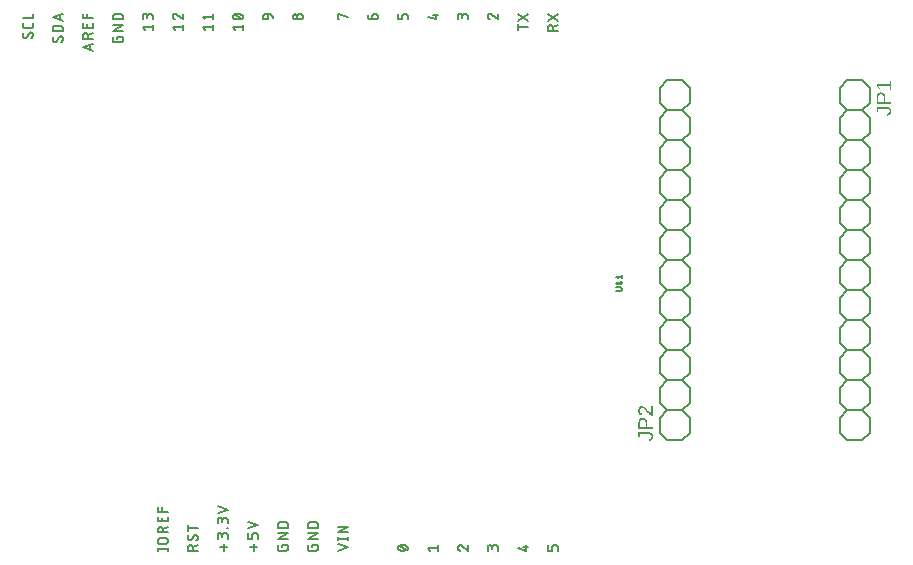
<source format=gbr>
G04 EAGLE Gerber RS-274X export*
G75*
%MOMM*%
%FSLAX34Y34*%
%LPD*%
%INSilkscreen Top*%
%IPPOS*%
%AMOC8*
5,1,8,0,0,1.08239X$1,22.5*%
G01*
G04 Define Apertures*
%ADD10C,0.152400*%
%ADD11C,0.127000*%
G36*
X883388Y532696D02*
X871047Y532696D01*
X871047Y537890D01*
X871062Y538394D01*
X871108Y538869D01*
X871184Y539315D01*
X871290Y539731D01*
X871427Y540118D01*
X871594Y540476D01*
X871792Y540805D01*
X872019Y541104D01*
X872275Y541371D01*
X872555Y541602D01*
X872861Y541798D01*
X873191Y541958D01*
X873546Y542083D01*
X873926Y542172D01*
X874331Y542225D01*
X874761Y542243D01*
X875188Y542225D01*
X875592Y542171D01*
X875974Y542082D01*
X876333Y541957D01*
X876670Y541796D01*
X876984Y541600D01*
X877276Y541368D01*
X877546Y541100D01*
X877788Y540801D01*
X877998Y540477D01*
X878176Y540127D01*
X878321Y539752D01*
X878434Y539351D01*
X878515Y538925D01*
X878563Y538473D01*
X878580Y537995D01*
X878580Y534369D01*
X883388Y534369D01*
X883388Y532696D01*
G37*
%LPC*%
G36*
X877257Y534369D02*
X877257Y537758D01*
X877247Y538098D01*
X877218Y538415D01*
X877170Y538711D01*
X877102Y538985D01*
X877015Y539236D01*
X876908Y539466D01*
X876783Y539674D01*
X876637Y539860D01*
X876473Y540025D01*
X876289Y540167D01*
X876085Y540287D01*
X875863Y540386D01*
X875621Y540463D01*
X875359Y540517D01*
X875079Y540550D01*
X874778Y540561D01*
X874489Y540550D01*
X874218Y540516D01*
X873966Y540460D01*
X873732Y540382D01*
X873517Y540281D01*
X873321Y540157D01*
X873144Y540011D01*
X872985Y539843D01*
X872845Y539652D01*
X872724Y539439D01*
X872621Y539203D01*
X872537Y538945D01*
X872471Y538665D01*
X872425Y538362D01*
X872397Y538036D01*
X872387Y537688D01*
X872387Y534369D01*
X877257Y534369D01*
G37*
%LPD*%
G36*
X883388Y544560D02*
X882048Y544560D01*
X882048Y547704D01*
X872554Y547704D01*
X874542Y544919D01*
X873053Y544919D01*
X871047Y547835D01*
X871047Y549289D01*
X882048Y549289D01*
X882048Y552293D01*
X883388Y552293D01*
X883388Y544560D01*
G37*
G36*
X880323Y522536D02*
X880051Y524174D01*
X880298Y524219D01*
X880531Y524277D01*
X880750Y524348D01*
X880955Y524430D01*
X881147Y524525D01*
X881324Y524632D01*
X881487Y524752D01*
X881636Y524883D01*
X881770Y525026D01*
X881885Y525177D01*
X881983Y525337D01*
X882063Y525505D01*
X882126Y525683D01*
X882170Y525869D01*
X882197Y526064D01*
X882206Y526267D01*
X882196Y526489D01*
X882166Y526699D01*
X882118Y526896D01*
X882049Y527082D01*
X881961Y527255D01*
X881853Y527417D01*
X881726Y527566D01*
X881579Y527704D01*
X881414Y527827D01*
X881230Y527933D01*
X881028Y528024D01*
X880808Y528098D01*
X880569Y528155D01*
X880312Y528196D01*
X880038Y528221D01*
X879744Y528229D01*
X872414Y528229D01*
X872414Y525856D01*
X871047Y525856D01*
X871047Y529893D01*
X879709Y529893D01*
X880146Y529878D01*
X880559Y529832D01*
X880948Y529756D01*
X881313Y529650D01*
X881654Y529513D01*
X881972Y529346D01*
X882265Y529149D01*
X882534Y528921D01*
X882775Y528667D01*
X882984Y528390D01*
X883161Y528091D01*
X883306Y527769D01*
X883418Y527425D01*
X883499Y527059D01*
X883547Y526670D01*
X883563Y526258D01*
X883551Y525876D01*
X883513Y525514D01*
X883449Y525172D01*
X883361Y524850D01*
X883247Y524548D01*
X883107Y524265D01*
X882943Y524003D01*
X882753Y523760D01*
X882538Y523537D01*
X882297Y523335D01*
X882031Y523152D01*
X881740Y522989D01*
X881424Y522846D01*
X881082Y522723D01*
X880715Y522619D01*
X880323Y522536D01*
G37*
G36*
X681712Y257278D02*
X669371Y257278D01*
X669371Y262472D01*
X669386Y262976D01*
X669432Y263451D01*
X669508Y263897D01*
X669614Y264313D01*
X669751Y264701D01*
X669918Y265059D01*
X670116Y265387D01*
X670343Y265686D01*
X670599Y265953D01*
X670879Y266185D01*
X671185Y266380D01*
X671515Y266540D01*
X671870Y266665D01*
X672250Y266754D01*
X672655Y266807D01*
X673085Y266825D01*
X673512Y266807D01*
X673916Y266754D01*
X674298Y266664D01*
X674657Y266539D01*
X674994Y266379D01*
X675308Y266182D01*
X675600Y265950D01*
X675870Y265682D01*
X676112Y265383D01*
X676322Y265059D01*
X676500Y264710D01*
X676645Y264334D01*
X676758Y263933D01*
X676839Y263507D01*
X676887Y263055D01*
X676904Y262577D01*
X676904Y258951D01*
X681712Y258951D01*
X681712Y257278D01*
G37*
%LPC*%
G36*
X675581Y258951D02*
X675581Y262341D01*
X675571Y262680D01*
X675542Y262998D01*
X675494Y263293D01*
X675426Y263567D01*
X675339Y263819D01*
X675232Y264049D01*
X675107Y264257D01*
X674961Y264443D01*
X674797Y264607D01*
X674613Y264749D01*
X674409Y264870D01*
X674187Y264968D01*
X673945Y265045D01*
X673683Y265100D01*
X673403Y265132D01*
X673102Y265143D01*
X672813Y265132D01*
X672542Y265098D01*
X672290Y265042D01*
X672056Y264964D01*
X671841Y264863D01*
X671645Y264739D01*
X671468Y264593D01*
X671309Y264425D01*
X671169Y264234D01*
X671048Y264021D01*
X670945Y263786D01*
X670861Y263527D01*
X670795Y263247D01*
X670749Y262944D01*
X670721Y262618D01*
X670711Y262271D01*
X670711Y258951D01*
X675581Y258951D01*
G37*
%LPD*%
G36*
X681712Y268678D02*
X680600Y268678D01*
X680102Y268913D01*
X679635Y269174D01*
X679198Y269459D01*
X678791Y269768D01*
X678408Y270094D01*
X678044Y270428D01*
X677699Y270771D01*
X677372Y271121D01*
X676760Y271827D01*
X676194Y272527D01*
X675651Y273189D01*
X675108Y273784D01*
X674833Y274051D01*
X674552Y274291D01*
X674264Y274504D01*
X673969Y274690D01*
X673662Y274842D01*
X673334Y274950D01*
X672987Y275015D01*
X672621Y275036D01*
X672374Y275027D01*
X672141Y274999D01*
X671923Y274953D01*
X671719Y274887D01*
X671529Y274804D01*
X671353Y274701D01*
X671191Y274580D01*
X671044Y274441D01*
X670913Y274285D01*
X670799Y274114D01*
X670703Y273929D01*
X670624Y273729D01*
X670562Y273515D01*
X670519Y273286D01*
X670492Y273043D01*
X670484Y272785D01*
X670492Y272539D01*
X670518Y272304D01*
X670561Y272080D01*
X670620Y271867D01*
X670697Y271665D01*
X670791Y271474D01*
X670903Y271294D01*
X671031Y271126D01*
X671175Y270971D01*
X671332Y270833D01*
X671504Y270712D01*
X671689Y270608D01*
X671888Y270520D01*
X672101Y270450D01*
X672328Y270396D01*
X672568Y270359D01*
X672419Y268748D01*
X672059Y268806D01*
X671717Y268892D01*
X671394Y269007D01*
X671090Y269149D01*
X670805Y269321D01*
X670539Y269520D01*
X670292Y269748D01*
X670063Y270005D01*
X669858Y270285D01*
X669680Y270584D01*
X669529Y270903D01*
X669406Y271241D01*
X669310Y271598D01*
X669242Y271974D01*
X669201Y272370D01*
X669187Y272785D01*
X669201Y273238D01*
X669242Y273664D01*
X669311Y274063D01*
X669407Y274435D01*
X669531Y274780D01*
X669682Y275098D01*
X669861Y275390D01*
X670068Y275654D01*
X670299Y275889D01*
X670554Y276093D01*
X670832Y276265D01*
X671133Y276406D01*
X671457Y276516D01*
X671804Y276594D01*
X672175Y276641D01*
X672568Y276657D01*
X672927Y276636D01*
X673284Y276575D01*
X673640Y276472D01*
X673996Y276328D01*
X674350Y276144D01*
X674705Y275920D01*
X675060Y275656D01*
X675415Y275352D01*
X675818Y274954D01*
X676319Y274408D01*
X676917Y273714D01*
X677613Y272873D01*
X678015Y272395D01*
X678396Y271969D01*
X678757Y271594D01*
X679098Y271270D01*
X679425Y270993D01*
X679747Y270758D01*
X680062Y270564D01*
X680372Y270412D01*
X680372Y276849D01*
X681712Y276849D01*
X681712Y268678D01*
G37*
G36*
X678647Y247118D02*
X678375Y248756D01*
X678622Y248802D01*
X678855Y248860D01*
X679074Y248930D01*
X679279Y249012D01*
X679471Y249107D01*
X679648Y249214D01*
X679811Y249334D01*
X679960Y249466D01*
X680094Y249608D01*
X680209Y249759D01*
X680307Y249919D01*
X680387Y250087D01*
X680450Y250265D01*
X680494Y250451D01*
X680521Y250646D01*
X680530Y250849D01*
X680520Y251071D01*
X680490Y251281D01*
X680442Y251478D01*
X680373Y251664D01*
X680285Y251837D01*
X680177Y251999D01*
X680050Y252148D01*
X679903Y252286D01*
X679738Y252409D01*
X679554Y252516D01*
X679352Y252606D01*
X679132Y252680D01*
X678893Y252737D01*
X678636Y252778D01*
X678362Y252803D01*
X678068Y252811D01*
X670738Y252811D01*
X670738Y250438D01*
X669371Y250438D01*
X669371Y254475D01*
X678033Y254475D01*
X678470Y254460D01*
X678883Y254415D01*
X679272Y254339D01*
X679637Y254232D01*
X679978Y254096D01*
X680296Y253929D01*
X680589Y253731D01*
X680858Y253503D01*
X681099Y253249D01*
X681308Y252972D01*
X681485Y252673D01*
X681630Y252352D01*
X681742Y252007D01*
X681823Y251641D01*
X681871Y251252D01*
X681887Y250841D01*
X681875Y250459D01*
X681837Y250097D01*
X681773Y249754D01*
X681685Y249432D01*
X681571Y249130D01*
X681431Y248847D01*
X681267Y248585D01*
X681077Y248342D01*
X680862Y248120D01*
X680621Y247917D01*
X680355Y247734D01*
X680064Y247571D01*
X679748Y247428D01*
X679406Y247305D01*
X679039Y247202D01*
X678647Y247118D01*
G37*
D10*
X865100Y317450D02*
X865100Y304750D01*
X858750Y298400D01*
X846050Y298400D01*
X839700Y304750D01*
X858750Y298400D02*
X865100Y292050D01*
X865100Y279350D01*
X858750Y273000D01*
X846050Y273000D01*
X839700Y279350D01*
X839700Y292050D01*
X846050Y298400D01*
X865100Y342850D02*
X858750Y349200D01*
X865100Y342850D02*
X865100Y330150D01*
X858750Y323800D01*
X846050Y323800D01*
X839700Y330150D01*
X839700Y342850D01*
X846050Y349200D01*
X858750Y323800D02*
X865100Y317450D01*
X846050Y323800D02*
X839700Y317450D01*
X839700Y304750D01*
X865100Y380950D02*
X865100Y393650D01*
X865100Y380950D02*
X858750Y374600D01*
X846050Y374600D01*
X839700Y380950D01*
X858750Y374600D02*
X865100Y368250D01*
X865100Y355550D01*
X858750Y349200D01*
X846050Y349200D01*
X839700Y355550D01*
X839700Y368250D01*
X846050Y374600D01*
X865100Y419050D02*
X858750Y425400D01*
X865100Y419050D02*
X865100Y406350D01*
X858750Y400000D01*
X846050Y400000D01*
X839700Y406350D01*
X839700Y419050D01*
X846050Y425400D01*
X858750Y400000D02*
X865100Y393650D01*
X846050Y400000D02*
X839700Y393650D01*
X839700Y380950D01*
X865100Y457150D02*
X865100Y469850D01*
X865100Y457150D02*
X858750Y450800D01*
X846050Y450800D01*
X839700Y457150D01*
X858750Y450800D02*
X865100Y444450D01*
X865100Y431750D01*
X858750Y425400D01*
X846050Y425400D01*
X839700Y431750D01*
X839700Y444450D01*
X846050Y450800D01*
X865100Y495250D02*
X858750Y501600D01*
X865100Y495250D02*
X865100Y482550D01*
X858750Y476200D01*
X846050Y476200D01*
X839700Y482550D01*
X839700Y495250D01*
X846050Y501600D01*
X858750Y476200D02*
X865100Y469850D01*
X846050Y476200D02*
X839700Y469850D01*
X839700Y457150D01*
X865100Y533350D02*
X865100Y546050D01*
X865100Y533350D02*
X858750Y527000D01*
X846050Y527000D01*
X839700Y533350D01*
X858750Y527000D02*
X865100Y520650D01*
X865100Y507950D01*
X858750Y501600D01*
X846050Y501600D01*
X839700Y507950D01*
X839700Y520650D01*
X846050Y527000D01*
X846050Y552400D02*
X858750Y552400D01*
X865100Y546050D01*
X846050Y552400D02*
X839700Y546050D01*
X839700Y533350D01*
X858750Y273000D02*
X865100Y266650D01*
X865100Y253950D01*
X858750Y247600D01*
X846050Y247600D01*
X839700Y253950D01*
X839700Y266650D01*
X846050Y273000D01*
X687300Y482550D02*
X687300Y495250D01*
X693650Y501600D01*
X706350Y501600D01*
X712700Y495250D01*
X693650Y501600D02*
X687300Y507950D01*
X687300Y520650D01*
X693650Y527000D01*
X706350Y527000D01*
X712700Y520650D01*
X712700Y507950D01*
X706350Y501600D01*
X687300Y457150D02*
X693650Y450800D01*
X687300Y457150D02*
X687300Y469850D01*
X693650Y476200D01*
X706350Y476200D01*
X712700Y469850D01*
X712700Y457150D01*
X706350Y450800D01*
X693650Y476200D02*
X687300Y482550D01*
X706350Y476200D02*
X712700Y482550D01*
X712700Y495250D01*
X687300Y419050D02*
X687300Y406350D01*
X687300Y419050D02*
X693650Y425400D01*
X706350Y425400D01*
X712700Y419050D01*
X693650Y425400D02*
X687300Y431750D01*
X687300Y444450D01*
X693650Y450800D01*
X706350Y450800D01*
X712700Y444450D01*
X712700Y431750D01*
X706350Y425400D01*
X687300Y380950D02*
X693650Y374600D01*
X687300Y380950D02*
X687300Y393650D01*
X693650Y400000D01*
X706350Y400000D01*
X712700Y393650D01*
X712700Y380950D01*
X706350Y374600D01*
X693650Y400000D02*
X687300Y406350D01*
X706350Y400000D02*
X712700Y406350D01*
X712700Y419050D01*
X687300Y342850D02*
X687300Y330150D01*
X687300Y342850D02*
X693650Y349200D01*
X706350Y349200D01*
X712700Y342850D01*
X693650Y349200D02*
X687300Y355550D01*
X687300Y368250D01*
X693650Y374600D01*
X706350Y374600D01*
X712700Y368250D01*
X712700Y355550D01*
X706350Y349200D01*
X687300Y304750D02*
X693650Y298400D01*
X687300Y304750D02*
X687300Y317450D01*
X693650Y323800D01*
X706350Y323800D01*
X712700Y317450D01*
X712700Y304750D01*
X706350Y298400D01*
X693650Y323800D02*
X687300Y330150D01*
X706350Y323800D02*
X712700Y330150D01*
X712700Y342850D01*
X687300Y266650D02*
X687300Y253950D01*
X687300Y266650D02*
X693650Y273000D01*
X706350Y273000D01*
X712700Y266650D01*
X693650Y273000D02*
X687300Y279350D01*
X687300Y292050D01*
X693650Y298400D01*
X706350Y298400D01*
X712700Y292050D01*
X712700Y279350D01*
X706350Y273000D01*
X706350Y247600D02*
X693650Y247600D01*
X687300Y253950D01*
X706350Y247600D02*
X712700Y253950D01*
X712700Y266650D01*
X693650Y527000D02*
X687300Y533350D01*
X687300Y546050D01*
X693650Y552400D01*
X706350Y552400D01*
X712700Y546050D01*
X712700Y533350D01*
X706350Y527000D01*
X367820Y159103D02*
X367820Y157663D01*
X367820Y159103D02*
X372618Y159103D01*
X372618Y156224D01*
X372616Y156138D01*
X372610Y156052D01*
X372601Y155966D01*
X372587Y155881D01*
X372570Y155797D01*
X372549Y155713D01*
X372524Y155631D01*
X372496Y155550D01*
X372464Y155470D01*
X372428Y155391D01*
X372389Y155315D01*
X372346Y155240D01*
X372301Y155167D01*
X372252Y155096D01*
X372199Y155028D01*
X372144Y154961D01*
X372086Y154898D01*
X372025Y154837D01*
X371962Y154779D01*
X371895Y154724D01*
X371827Y154672D01*
X371756Y154622D01*
X371683Y154577D01*
X371608Y154534D01*
X371532Y154495D01*
X371453Y154459D01*
X371373Y154427D01*
X371292Y154399D01*
X371210Y154374D01*
X371126Y154353D01*
X371042Y154336D01*
X370957Y154322D01*
X370871Y154313D01*
X370785Y154307D01*
X370699Y154305D01*
X365901Y154305D01*
X365815Y154307D01*
X365729Y154313D01*
X365643Y154322D01*
X365558Y154336D01*
X365474Y154353D01*
X365390Y154374D01*
X365308Y154399D01*
X365227Y154427D01*
X365147Y154459D01*
X365068Y154495D01*
X364992Y154534D01*
X364917Y154577D01*
X364844Y154622D01*
X364773Y154671D01*
X364705Y154724D01*
X364638Y154779D01*
X364575Y154837D01*
X364514Y154898D01*
X364456Y154961D01*
X364401Y155028D01*
X364349Y155096D01*
X364299Y155167D01*
X364254Y155240D01*
X364211Y155315D01*
X364172Y155391D01*
X364136Y155470D01*
X364104Y155550D01*
X364076Y155631D01*
X364051Y155713D01*
X364030Y155797D01*
X364013Y155881D01*
X363999Y155966D01*
X363990Y156052D01*
X363984Y156138D01*
X363982Y156224D01*
X363982Y159103D01*
X363982Y164059D02*
X372618Y164059D01*
X372618Y168856D02*
X363982Y164059D01*
X363982Y168856D02*
X372618Y168856D01*
X372618Y173812D02*
X363982Y173812D01*
X363982Y176211D01*
X363984Y176308D01*
X363990Y176404D01*
X363999Y176500D01*
X364013Y176596D01*
X364030Y176691D01*
X364052Y176785D01*
X364077Y176878D01*
X364105Y176971D01*
X364138Y177062D01*
X364174Y177151D01*
X364214Y177239D01*
X364257Y177326D01*
X364303Y177411D01*
X364353Y177493D01*
X364407Y177574D01*
X364463Y177652D01*
X364523Y177728D01*
X364585Y177802D01*
X364651Y177873D01*
X364719Y177941D01*
X364790Y178007D01*
X364864Y178069D01*
X364940Y178129D01*
X365018Y178185D01*
X365099Y178239D01*
X365182Y178289D01*
X365266Y178335D01*
X365353Y178378D01*
X365441Y178418D01*
X365530Y178454D01*
X365621Y178487D01*
X365714Y178515D01*
X365807Y178540D01*
X365901Y178562D01*
X365996Y178579D01*
X366092Y178593D01*
X366188Y178602D01*
X366284Y178608D01*
X366381Y178610D01*
X370219Y178610D01*
X370316Y178608D01*
X370412Y178602D01*
X370508Y178593D01*
X370604Y178579D01*
X370699Y178562D01*
X370793Y178540D01*
X370886Y178515D01*
X370979Y178487D01*
X371070Y178454D01*
X371159Y178418D01*
X371247Y178378D01*
X371334Y178335D01*
X371419Y178289D01*
X371501Y178239D01*
X371582Y178185D01*
X371660Y178129D01*
X371736Y178069D01*
X371810Y178007D01*
X371881Y177941D01*
X371949Y177873D01*
X372015Y177802D01*
X372077Y177728D01*
X372137Y177652D01*
X372193Y177574D01*
X372247Y177493D01*
X372297Y177411D01*
X372343Y177326D01*
X372386Y177239D01*
X372426Y177151D01*
X372462Y177062D01*
X372495Y176971D01*
X372523Y176878D01*
X372548Y176785D01*
X372570Y176691D01*
X372587Y176596D01*
X372601Y176500D01*
X372610Y176404D01*
X372616Y176308D01*
X372618Y176211D01*
X372618Y173812D01*
X393220Y159103D02*
X393220Y157663D01*
X393220Y159103D02*
X398018Y159103D01*
X398018Y156224D01*
X398016Y156138D01*
X398010Y156052D01*
X398001Y155966D01*
X397987Y155881D01*
X397970Y155797D01*
X397949Y155713D01*
X397924Y155631D01*
X397896Y155550D01*
X397864Y155470D01*
X397828Y155391D01*
X397789Y155315D01*
X397746Y155240D01*
X397701Y155167D01*
X397652Y155096D01*
X397599Y155028D01*
X397544Y154961D01*
X397486Y154898D01*
X397425Y154837D01*
X397362Y154779D01*
X397295Y154724D01*
X397227Y154672D01*
X397156Y154622D01*
X397083Y154577D01*
X397008Y154534D01*
X396932Y154495D01*
X396853Y154459D01*
X396773Y154427D01*
X396692Y154399D01*
X396610Y154374D01*
X396526Y154353D01*
X396442Y154336D01*
X396357Y154322D01*
X396271Y154313D01*
X396185Y154307D01*
X396099Y154305D01*
X391301Y154305D01*
X391215Y154307D01*
X391129Y154313D01*
X391043Y154322D01*
X390958Y154336D01*
X390874Y154353D01*
X390790Y154374D01*
X390708Y154399D01*
X390627Y154427D01*
X390547Y154459D01*
X390468Y154495D01*
X390392Y154534D01*
X390317Y154577D01*
X390244Y154622D01*
X390173Y154671D01*
X390105Y154724D01*
X390038Y154779D01*
X389975Y154837D01*
X389914Y154898D01*
X389856Y154961D01*
X389801Y155028D01*
X389749Y155096D01*
X389699Y155167D01*
X389654Y155240D01*
X389611Y155315D01*
X389572Y155391D01*
X389536Y155470D01*
X389504Y155550D01*
X389476Y155631D01*
X389451Y155713D01*
X389430Y155797D01*
X389413Y155881D01*
X389399Y155966D01*
X389390Y156052D01*
X389384Y156138D01*
X389382Y156224D01*
X389382Y159103D01*
X389382Y164059D02*
X398018Y164059D01*
X398018Y168856D02*
X389382Y164059D01*
X389382Y168856D02*
X398018Y168856D01*
X398018Y173812D02*
X389382Y173812D01*
X389382Y176211D01*
X389384Y176308D01*
X389390Y176404D01*
X389399Y176500D01*
X389413Y176596D01*
X389430Y176691D01*
X389452Y176785D01*
X389477Y176878D01*
X389505Y176971D01*
X389538Y177062D01*
X389574Y177151D01*
X389614Y177239D01*
X389657Y177326D01*
X389703Y177411D01*
X389753Y177493D01*
X389807Y177574D01*
X389863Y177652D01*
X389923Y177728D01*
X389985Y177802D01*
X390051Y177873D01*
X390119Y177941D01*
X390190Y178007D01*
X390264Y178069D01*
X390340Y178129D01*
X390418Y178185D01*
X390499Y178239D01*
X390582Y178289D01*
X390666Y178335D01*
X390753Y178378D01*
X390841Y178418D01*
X390930Y178454D01*
X391021Y178487D01*
X391114Y178515D01*
X391207Y178540D01*
X391301Y178562D01*
X391396Y178579D01*
X391492Y178593D01*
X391588Y178602D01*
X391684Y178608D01*
X391781Y178610D01*
X395619Y178610D01*
X395716Y178608D01*
X395812Y178602D01*
X395908Y178593D01*
X396004Y178579D01*
X396099Y178562D01*
X396193Y178540D01*
X396286Y178515D01*
X396379Y178487D01*
X396470Y178454D01*
X396559Y178418D01*
X396647Y178378D01*
X396734Y178335D01*
X396819Y178289D01*
X396901Y178239D01*
X396982Y178185D01*
X397060Y178129D01*
X397136Y178069D01*
X397210Y178007D01*
X397281Y177941D01*
X397349Y177873D01*
X397415Y177802D01*
X397477Y177728D01*
X397537Y177652D01*
X397593Y177574D01*
X397647Y177493D01*
X397697Y177411D01*
X397743Y177326D01*
X397786Y177239D01*
X397826Y177151D01*
X397862Y177062D01*
X397895Y176971D01*
X397923Y176878D01*
X397948Y176785D01*
X397970Y176691D01*
X397987Y176596D01*
X398001Y176500D01*
X398010Y176404D01*
X398016Y176308D01*
X398018Y176211D01*
X398018Y173812D01*
X343860Y160062D02*
X343860Y154305D01*
X346738Y157184D02*
X340981Y157184D01*
X347218Y164538D02*
X347218Y167417D01*
X347216Y167503D01*
X347210Y167589D01*
X347201Y167675D01*
X347187Y167760D01*
X347170Y167844D01*
X347149Y167928D01*
X347124Y168010D01*
X347096Y168091D01*
X347064Y168171D01*
X347028Y168250D01*
X346989Y168326D01*
X346946Y168401D01*
X346901Y168474D01*
X346852Y168545D01*
X346799Y168613D01*
X346744Y168680D01*
X346686Y168743D01*
X346625Y168804D01*
X346562Y168862D01*
X346495Y168917D01*
X346427Y168970D01*
X346356Y169019D01*
X346283Y169064D01*
X346208Y169107D01*
X346132Y169146D01*
X346053Y169182D01*
X345973Y169214D01*
X345892Y169242D01*
X345810Y169267D01*
X345726Y169288D01*
X345642Y169305D01*
X345557Y169319D01*
X345471Y169328D01*
X345385Y169334D01*
X345299Y169336D01*
X344339Y169336D01*
X344253Y169334D01*
X344167Y169328D01*
X344081Y169319D01*
X343996Y169305D01*
X343912Y169288D01*
X343828Y169267D01*
X343746Y169242D01*
X343665Y169214D01*
X343585Y169182D01*
X343506Y169146D01*
X343430Y169107D01*
X343355Y169064D01*
X343282Y169019D01*
X343211Y168970D01*
X343143Y168917D01*
X343076Y168862D01*
X343013Y168804D01*
X342952Y168743D01*
X342894Y168680D01*
X342839Y168613D01*
X342787Y168545D01*
X342737Y168474D01*
X342692Y168401D01*
X342649Y168326D01*
X342610Y168250D01*
X342574Y168171D01*
X342542Y168091D01*
X342514Y168010D01*
X342489Y167928D01*
X342468Y167844D01*
X342451Y167760D01*
X342437Y167675D01*
X342428Y167589D01*
X342422Y167503D01*
X342420Y167417D01*
X342420Y164538D01*
X338582Y164538D01*
X338582Y169336D01*
X338582Y173203D02*
X347218Y176081D01*
X338582Y178960D01*
X296418Y154305D02*
X287782Y154305D01*
X287782Y156704D01*
X287784Y156801D01*
X287790Y156897D01*
X287799Y156993D01*
X287813Y157089D01*
X287830Y157184D01*
X287852Y157278D01*
X287877Y157371D01*
X287905Y157464D01*
X287938Y157555D01*
X287974Y157644D01*
X288014Y157732D01*
X288057Y157819D01*
X288103Y157904D01*
X288153Y157986D01*
X288207Y158067D01*
X288263Y158145D01*
X288323Y158221D01*
X288385Y158295D01*
X288451Y158366D01*
X288519Y158434D01*
X288590Y158500D01*
X288664Y158562D01*
X288740Y158622D01*
X288818Y158678D01*
X288899Y158732D01*
X288982Y158782D01*
X289066Y158828D01*
X289153Y158871D01*
X289241Y158911D01*
X289330Y158947D01*
X289421Y158980D01*
X289514Y159008D01*
X289607Y159033D01*
X289701Y159055D01*
X289796Y159072D01*
X289892Y159086D01*
X289988Y159095D01*
X290084Y159101D01*
X290181Y159103D01*
X290278Y159101D01*
X290374Y159095D01*
X290470Y159086D01*
X290566Y159072D01*
X290661Y159055D01*
X290755Y159033D01*
X290848Y159008D01*
X290941Y158980D01*
X291032Y158947D01*
X291121Y158911D01*
X291209Y158871D01*
X291296Y158828D01*
X291381Y158782D01*
X291463Y158732D01*
X291544Y158678D01*
X291622Y158622D01*
X291698Y158562D01*
X291772Y158500D01*
X291843Y158434D01*
X291911Y158366D01*
X291977Y158295D01*
X292039Y158221D01*
X292099Y158145D01*
X292155Y158067D01*
X292209Y157986D01*
X292259Y157904D01*
X292305Y157819D01*
X292348Y157732D01*
X292388Y157644D01*
X292424Y157555D01*
X292457Y157464D01*
X292485Y157371D01*
X292510Y157278D01*
X292532Y157184D01*
X292549Y157089D01*
X292563Y156993D01*
X292572Y156897D01*
X292578Y156801D01*
X292580Y156704D01*
X292580Y154305D01*
X292580Y157184D02*
X296418Y159103D01*
X296418Y165938D02*
X296416Y166024D01*
X296410Y166110D01*
X296401Y166196D01*
X296387Y166281D01*
X296370Y166365D01*
X296349Y166449D01*
X296324Y166531D01*
X296296Y166612D01*
X296264Y166692D01*
X296228Y166771D01*
X296189Y166847D01*
X296146Y166922D01*
X296101Y166995D01*
X296052Y167066D01*
X295999Y167134D01*
X295944Y167201D01*
X295886Y167264D01*
X295825Y167325D01*
X295762Y167383D01*
X295695Y167438D01*
X295627Y167491D01*
X295556Y167540D01*
X295483Y167585D01*
X295408Y167628D01*
X295332Y167667D01*
X295253Y167703D01*
X295173Y167735D01*
X295092Y167763D01*
X295010Y167788D01*
X294926Y167809D01*
X294842Y167826D01*
X294757Y167840D01*
X294671Y167849D01*
X294585Y167855D01*
X294499Y167857D01*
X296418Y165938D02*
X296416Y165815D01*
X296411Y165692D01*
X296401Y165569D01*
X296388Y165447D01*
X296371Y165325D01*
X296351Y165203D01*
X296327Y165083D01*
X296299Y164963D01*
X296268Y164844D01*
X296232Y164726D01*
X296194Y164609D01*
X296152Y164493D01*
X296106Y164379D01*
X296057Y164266D01*
X296005Y164155D01*
X295949Y164045D01*
X295890Y163937D01*
X295827Y163831D01*
X295762Y163727D01*
X295693Y163624D01*
X295621Y163524D01*
X295546Y163427D01*
X295469Y163331D01*
X295388Y163238D01*
X295305Y163147D01*
X295219Y163059D01*
X289701Y163300D02*
X289615Y163302D01*
X289529Y163308D01*
X289443Y163317D01*
X289358Y163331D01*
X289274Y163348D01*
X289190Y163369D01*
X289108Y163394D01*
X289027Y163422D01*
X288947Y163454D01*
X288868Y163490D01*
X288792Y163529D01*
X288717Y163572D01*
X288644Y163617D01*
X288573Y163666D01*
X288505Y163719D01*
X288438Y163774D01*
X288375Y163832D01*
X288314Y163893D01*
X288256Y163956D01*
X288201Y164023D01*
X288148Y164091D01*
X288099Y164162D01*
X288054Y164235D01*
X288011Y164310D01*
X287972Y164386D01*
X287936Y164465D01*
X287904Y164545D01*
X287876Y164626D01*
X287851Y164708D01*
X287830Y164792D01*
X287813Y164876D01*
X287799Y164961D01*
X287790Y165047D01*
X287784Y165133D01*
X287782Y165219D01*
X287784Y165335D01*
X287789Y165450D01*
X287799Y165566D01*
X287812Y165681D01*
X287828Y165795D01*
X287849Y165909D01*
X287873Y166023D01*
X287901Y166135D01*
X287932Y166246D01*
X287967Y166357D01*
X288005Y166466D01*
X288047Y166574D01*
X288092Y166680D01*
X288141Y166786D01*
X288193Y166889D01*
X288248Y166991D01*
X288307Y167090D01*
X288369Y167188D01*
X288434Y167284D01*
X288502Y167378D01*
X291380Y164259D02*
X291334Y164184D01*
X291284Y164111D01*
X291231Y164041D01*
X291175Y163973D01*
X291116Y163908D01*
X291054Y163845D01*
X290990Y163786D01*
X290922Y163729D01*
X290852Y163675D01*
X290780Y163625D01*
X290706Y163578D01*
X290630Y163534D01*
X290551Y163494D01*
X290471Y163458D01*
X290390Y163425D01*
X290307Y163396D01*
X290222Y163370D01*
X290137Y163348D01*
X290051Y163331D01*
X289964Y163317D01*
X289877Y163307D01*
X289789Y163301D01*
X289701Y163299D01*
X292820Y166898D02*
X292866Y166972D01*
X292916Y167045D01*
X292969Y167115D01*
X293025Y167183D01*
X293084Y167248D01*
X293146Y167311D01*
X293211Y167370D01*
X293278Y167427D01*
X293348Y167481D01*
X293420Y167531D01*
X293494Y167578D01*
X293570Y167622D01*
X293649Y167662D01*
X293729Y167698D01*
X293810Y167731D01*
X293893Y167761D01*
X293978Y167786D01*
X294063Y167808D01*
X294149Y167825D01*
X294236Y167839D01*
X294323Y167849D01*
X294411Y167855D01*
X294499Y167857D01*
X292820Y166898D02*
X291380Y164259D01*
X287782Y173688D02*
X296418Y173688D01*
X287782Y171289D02*
X287782Y176087D01*
X414782Y154305D02*
X423418Y157184D01*
X414782Y160062D01*
X414782Y164499D02*
X423418Y164499D01*
X423418Y165458D02*
X423418Y163539D01*
X414782Y163539D02*
X414782Y165458D01*
X414782Y169720D02*
X423418Y169720D01*
X423418Y174518D02*
X414782Y169720D01*
X414782Y174518D02*
X423418Y174518D01*
X318460Y160062D02*
X318460Y154305D01*
X321338Y157184D02*
X315581Y157184D01*
X321818Y164538D02*
X321818Y166937D01*
X321816Y167034D01*
X321810Y167130D01*
X321801Y167226D01*
X321787Y167322D01*
X321770Y167417D01*
X321748Y167511D01*
X321723Y167604D01*
X321695Y167697D01*
X321662Y167788D01*
X321626Y167877D01*
X321586Y167965D01*
X321543Y168052D01*
X321497Y168137D01*
X321447Y168219D01*
X321393Y168300D01*
X321337Y168378D01*
X321277Y168454D01*
X321215Y168528D01*
X321149Y168599D01*
X321081Y168667D01*
X321010Y168733D01*
X320936Y168795D01*
X320860Y168855D01*
X320782Y168911D01*
X320701Y168965D01*
X320619Y169015D01*
X320534Y169061D01*
X320447Y169104D01*
X320359Y169144D01*
X320270Y169180D01*
X320179Y169213D01*
X320086Y169241D01*
X319993Y169266D01*
X319899Y169288D01*
X319804Y169305D01*
X319708Y169319D01*
X319612Y169328D01*
X319516Y169334D01*
X319419Y169336D01*
X319322Y169334D01*
X319226Y169328D01*
X319130Y169319D01*
X319034Y169305D01*
X318939Y169288D01*
X318845Y169266D01*
X318752Y169241D01*
X318659Y169213D01*
X318568Y169180D01*
X318479Y169144D01*
X318391Y169104D01*
X318304Y169061D01*
X318220Y169015D01*
X318137Y168965D01*
X318056Y168911D01*
X317978Y168855D01*
X317902Y168795D01*
X317828Y168733D01*
X317757Y168667D01*
X317689Y168599D01*
X317623Y168528D01*
X317561Y168454D01*
X317501Y168378D01*
X317445Y168300D01*
X317391Y168219D01*
X317341Y168137D01*
X317295Y168052D01*
X317252Y167965D01*
X317212Y167877D01*
X317176Y167788D01*
X317143Y167697D01*
X317115Y167604D01*
X317090Y167511D01*
X317068Y167417D01*
X317051Y167322D01*
X317037Y167226D01*
X317028Y167130D01*
X317022Y167034D01*
X317020Y166937D01*
X313182Y167417D02*
X313182Y164538D01*
X313182Y167417D02*
X313184Y167503D01*
X313190Y167589D01*
X313199Y167675D01*
X313213Y167760D01*
X313230Y167844D01*
X313251Y167928D01*
X313276Y168010D01*
X313304Y168091D01*
X313336Y168171D01*
X313372Y168250D01*
X313411Y168326D01*
X313454Y168401D01*
X313499Y168474D01*
X313548Y168545D01*
X313601Y168613D01*
X313656Y168680D01*
X313714Y168743D01*
X313775Y168804D01*
X313838Y168862D01*
X313905Y168917D01*
X313973Y168970D01*
X314044Y169019D01*
X314117Y169064D01*
X314192Y169107D01*
X314268Y169146D01*
X314347Y169182D01*
X314427Y169214D01*
X314508Y169242D01*
X314590Y169267D01*
X314674Y169288D01*
X314758Y169305D01*
X314843Y169319D01*
X314929Y169328D01*
X315015Y169334D01*
X315101Y169336D01*
X315187Y169334D01*
X315273Y169328D01*
X315359Y169319D01*
X315444Y169305D01*
X315528Y169288D01*
X315612Y169267D01*
X315694Y169242D01*
X315775Y169214D01*
X315855Y169182D01*
X315934Y169146D01*
X316010Y169107D01*
X316085Y169064D01*
X316158Y169019D01*
X316229Y168970D01*
X316297Y168917D01*
X316364Y168862D01*
X316427Y168804D01*
X316488Y168743D01*
X316546Y168680D01*
X316601Y168613D01*
X316654Y168545D01*
X316703Y168474D01*
X316748Y168401D01*
X316791Y168326D01*
X316830Y168250D01*
X316866Y168171D01*
X316898Y168091D01*
X316926Y168010D01*
X316951Y167928D01*
X316972Y167844D01*
X316989Y167760D01*
X317003Y167675D01*
X317012Y167589D01*
X317018Y167503D01*
X317020Y167417D01*
X317020Y165498D01*
X321338Y173098D02*
X321818Y173098D01*
X321338Y173098D02*
X321338Y173578D01*
X321818Y173578D01*
X321818Y173098D01*
X321818Y177340D02*
X321818Y179739D01*
X321816Y179836D01*
X321810Y179932D01*
X321801Y180028D01*
X321787Y180124D01*
X321770Y180219D01*
X321748Y180313D01*
X321723Y180406D01*
X321695Y180499D01*
X321662Y180590D01*
X321626Y180679D01*
X321586Y180767D01*
X321543Y180854D01*
X321497Y180939D01*
X321447Y181021D01*
X321393Y181102D01*
X321337Y181180D01*
X321277Y181256D01*
X321215Y181330D01*
X321149Y181401D01*
X321081Y181469D01*
X321010Y181535D01*
X320936Y181597D01*
X320860Y181657D01*
X320782Y181713D01*
X320701Y181767D01*
X320619Y181817D01*
X320534Y181863D01*
X320447Y181906D01*
X320359Y181946D01*
X320270Y181982D01*
X320179Y182015D01*
X320086Y182043D01*
X319993Y182068D01*
X319899Y182090D01*
X319804Y182107D01*
X319708Y182121D01*
X319612Y182130D01*
X319516Y182136D01*
X319419Y182138D01*
X319322Y182136D01*
X319226Y182130D01*
X319130Y182121D01*
X319034Y182107D01*
X318939Y182090D01*
X318845Y182068D01*
X318752Y182043D01*
X318659Y182015D01*
X318568Y181982D01*
X318479Y181946D01*
X318391Y181906D01*
X318304Y181863D01*
X318220Y181817D01*
X318137Y181767D01*
X318056Y181713D01*
X317978Y181657D01*
X317902Y181597D01*
X317828Y181535D01*
X317757Y181469D01*
X317689Y181401D01*
X317623Y181330D01*
X317561Y181256D01*
X317501Y181180D01*
X317445Y181102D01*
X317391Y181021D01*
X317341Y180939D01*
X317295Y180854D01*
X317252Y180767D01*
X317212Y180679D01*
X317176Y180590D01*
X317143Y180499D01*
X317115Y180406D01*
X317090Y180313D01*
X317068Y180219D01*
X317051Y180124D01*
X317037Y180028D01*
X317028Y179932D01*
X317022Y179836D01*
X317020Y179739D01*
X313182Y180219D02*
X313182Y177340D01*
X313182Y180219D02*
X313184Y180305D01*
X313190Y180391D01*
X313199Y180477D01*
X313213Y180562D01*
X313230Y180646D01*
X313251Y180730D01*
X313276Y180812D01*
X313304Y180893D01*
X313336Y180973D01*
X313372Y181052D01*
X313411Y181128D01*
X313454Y181203D01*
X313499Y181276D01*
X313548Y181347D01*
X313601Y181415D01*
X313656Y181482D01*
X313714Y181545D01*
X313775Y181606D01*
X313838Y181664D01*
X313905Y181719D01*
X313973Y181772D01*
X314044Y181821D01*
X314117Y181866D01*
X314192Y181909D01*
X314268Y181948D01*
X314347Y181984D01*
X314427Y182016D01*
X314508Y182044D01*
X314590Y182069D01*
X314674Y182090D01*
X314758Y182107D01*
X314843Y182121D01*
X314929Y182130D01*
X315015Y182136D01*
X315101Y182138D01*
X315187Y182136D01*
X315273Y182130D01*
X315359Y182121D01*
X315444Y182107D01*
X315528Y182090D01*
X315612Y182069D01*
X315694Y182044D01*
X315775Y182016D01*
X315855Y181984D01*
X315934Y181948D01*
X316010Y181909D01*
X316085Y181866D01*
X316158Y181821D01*
X316229Y181772D01*
X316297Y181719D01*
X316364Y181664D01*
X316427Y181606D01*
X316488Y181545D01*
X316546Y181482D01*
X316601Y181415D01*
X316654Y181347D01*
X316703Y181276D01*
X316748Y181203D01*
X316791Y181128D01*
X316830Y181052D01*
X316866Y180973D01*
X316898Y180893D01*
X316926Y180812D01*
X316951Y180730D01*
X316972Y180646D01*
X316989Y180562D01*
X317003Y180477D01*
X317012Y180391D01*
X317018Y180305D01*
X317020Y180219D01*
X317020Y178299D01*
X313182Y186004D02*
X321818Y188883D01*
X313182Y191761D01*
X466781Y155025D02*
X466935Y154952D01*
X467090Y154883D01*
X467247Y154818D01*
X467406Y154756D01*
X467565Y154699D01*
X467727Y154645D01*
X467889Y154595D01*
X468052Y154549D01*
X468217Y154507D01*
X468383Y154469D01*
X468549Y154434D01*
X468716Y154404D01*
X468884Y154378D01*
X469052Y154356D01*
X469221Y154337D01*
X469391Y154323D01*
X469560Y154313D01*
X469730Y154307D01*
X469900Y154305D01*
X466781Y155025D02*
X466705Y155053D01*
X466630Y155085D01*
X466556Y155120D01*
X466484Y155158D01*
X466414Y155200D01*
X466346Y155245D01*
X466280Y155293D01*
X466216Y155344D01*
X466155Y155398D01*
X466096Y155454D01*
X466040Y155514D01*
X465987Y155575D01*
X465937Y155639D01*
X465889Y155706D01*
X465845Y155774D01*
X465804Y155845D01*
X465766Y155917D01*
X465732Y155991D01*
X465701Y156066D01*
X465673Y156143D01*
X465649Y156221D01*
X465629Y156300D01*
X465612Y156380D01*
X465599Y156460D01*
X465589Y156541D01*
X465584Y156622D01*
X465582Y156704D01*
X465584Y156786D01*
X465589Y156867D01*
X465599Y156948D01*
X465612Y157028D01*
X465629Y157108D01*
X465649Y157187D01*
X465673Y157265D01*
X465701Y157342D01*
X465732Y157417D01*
X465766Y157491D01*
X465804Y157563D01*
X465845Y157634D01*
X465889Y157702D01*
X465937Y157769D01*
X465987Y157833D01*
X466040Y157894D01*
X466096Y157954D01*
X466155Y158010D01*
X466216Y158064D01*
X466280Y158115D01*
X466346Y158163D01*
X466414Y158208D01*
X466484Y158250D01*
X466556Y158288D01*
X466630Y158323D01*
X466705Y158355D01*
X466781Y158383D01*
X466935Y158456D01*
X467090Y158525D01*
X467247Y158590D01*
X467406Y158652D01*
X467565Y158709D01*
X467727Y158763D01*
X467889Y158813D01*
X468052Y158859D01*
X468217Y158901D01*
X468383Y158939D01*
X468549Y158974D01*
X468716Y159004D01*
X468884Y159030D01*
X469052Y159052D01*
X469221Y159071D01*
X469391Y159085D01*
X469560Y159095D01*
X469730Y159101D01*
X469900Y159103D01*
X469900Y154305D02*
X470070Y154307D01*
X470240Y154313D01*
X470409Y154323D01*
X470579Y154337D01*
X470748Y154356D01*
X470916Y154378D01*
X471084Y154404D01*
X471251Y154434D01*
X471417Y154469D01*
X471583Y154507D01*
X471748Y154549D01*
X471911Y154595D01*
X472073Y154645D01*
X472235Y154699D01*
X472394Y154756D01*
X472553Y154818D01*
X472710Y154883D01*
X472865Y154952D01*
X473019Y155025D01*
X473095Y155053D01*
X473170Y155085D01*
X473244Y155120D01*
X473316Y155158D01*
X473386Y155200D01*
X473454Y155245D01*
X473520Y155293D01*
X473584Y155344D01*
X473645Y155398D01*
X473704Y155454D01*
X473760Y155514D01*
X473813Y155575D01*
X473863Y155639D01*
X473911Y155706D01*
X473955Y155774D01*
X473996Y155845D01*
X474034Y155917D01*
X474068Y155991D01*
X474099Y156066D01*
X474127Y156143D01*
X474151Y156221D01*
X474171Y156300D01*
X474188Y156380D01*
X474201Y156460D01*
X474211Y156541D01*
X474216Y156622D01*
X474218Y156704D01*
X473019Y158383D02*
X472865Y158456D01*
X472710Y158525D01*
X472553Y158590D01*
X472394Y158652D01*
X472235Y158709D01*
X472073Y158763D01*
X471911Y158813D01*
X471748Y158859D01*
X471583Y158901D01*
X471417Y158939D01*
X471251Y158974D01*
X471084Y159004D01*
X470916Y159030D01*
X470748Y159052D01*
X470579Y159071D01*
X470409Y159085D01*
X470240Y159095D01*
X470070Y159101D01*
X469900Y159103D01*
X473019Y158383D02*
X473095Y158355D01*
X473170Y158323D01*
X473244Y158288D01*
X473316Y158250D01*
X473386Y158208D01*
X473454Y158163D01*
X473520Y158115D01*
X473584Y158064D01*
X473645Y158010D01*
X473704Y157954D01*
X473760Y157894D01*
X473813Y157833D01*
X473863Y157769D01*
X473911Y157702D01*
X473955Y157634D01*
X473996Y157563D01*
X474034Y157491D01*
X474068Y157417D01*
X474099Y157342D01*
X474127Y157265D01*
X474151Y157187D01*
X474171Y157108D01*
X474188Y157028D01*
X474201Y156948D01*
X474211Y156867D01*
X474216Y156786D01*
X474218Y156704D01*
X472299Y154785D02*
X467501Y158623D01*
X490982Y156704D02*
X492901Y154305D01*
X490982Y156704D02*
X499618Y156704D01*
X499618Y154305D02*
X499618Y159103D01*
X516382Y156944D02*
X516384Y157036D01*
X516390Y157127D01*
X516399Y157218D01*
X516413Y157309D01*
X516430Y157399D01*
X516452Y157488D01*
X516477Y157576D01*
X516505Y157663D01*
X516538Y157749D01*
X516574Y157833D01*
X516613Y157916D01*
X516656Y157997D01*
X516703Y158076D01*
X516752Y158153D01*
X516805Y158228D01*
X516861Y158300D01*
X516920Y158370D01*
X516982Y158438D01*
X517047Y158503D01*
X517115Y158565D01*
X517185Y158624D01*
X517257Y158680D01*
X517332Y158733D01*
X517409Y158782D01*
X517488Y158829D01*
X517569Y158872D01*
X517652Y158911D01*
X517736Y158947D01*
X517822Y158980D01*
X517909Y159008D01*
X517997Y159033D01*
X518086Y159055D01*
X518176Y159072D01*
X518267Y159086D01*
X518358Y159095D01*
X518449Y159101D01*
X518541Y159103D01*
X516382Y156944D02*
X516384Y156841D01*
X516390Y156739D01*
X516399Y156637D01*
X516412Y156535D01*
X516429Y156434D01*
X516450Y156333D01*
X516474Y156234D01*
X516503Y156135D01*
X516534Y156038D01*
X516570Y155941D01*
X516608Y155846D01*
X516651Y155753D01*
X516697Y155661D01*
X516746Y155571D01*
X516798Y155483D01*
X516854Y155396D01*
X516913Y155312D01*
X516974Y155231D01*
X517039Y155151D01*
X517107Y155074D01*
X517178Y154999D01*
X517251Y154928D01*
X517327Y154859D01*
X517405Y154792D01*
X517486Y154729D01*
X517569Y154669D01*
X517654Y154612D01*
X517741Y154558D01*
X517831Y154507D01*
X517922Y154460D01*
X518014Y154416D01*
X518109Y154375D01*
X518204Y154338D01*
X518301Y154305D01*
X520220Y158383D02*
X520154Y158450D01*
X520085Y158514D01*
X520014Y158575D01*
X519940Y158633D01*
X519864Y158688D01*
X519786Y158740D01*
X519706Y158789D01*
X519624Y158835D01*
X519540Y158877D01*
X519454Y158916D01*
X519367Y158951D01*
X519279Y158982D01*
X519189Y159010D01*
X519099Y159035D01*
X519007Y159056D01*
X518915Y159073D01*
X518822Y159086D01*
X518729Y159095D01*
X518635Y159101D01*
X518541Y159103D01*
X520220Y158383D02*
X525018Y154305D01*
X525018Y159103D01*
X550418Y156704D02*
X550418Y154305D01*
X550418Y156704D02*
X550416Y156801D01*
X550410Y156897D01*
X550401Y156993D01*
X550387Y157089D01*
X550370Y157184D01*
X550348Y157278D01*
X550323Y157371D01*
X550295Y157464D01*
X550262Y157555D01*
X550226Y157644D01*
X550186Y157732D01*
X550143Y157819D01*
X550097Y157904D01*
X550047Y157986D01*
X549993Y158067D01*
X549937Y158145D01*
X549877Y158221D01*
X549815Y158295D01*
X549749Y158366D01*
X549681Y158434D01*
X549610Y158500D01*
X549536Y158562D01*
X549460Y158622D01*
X549382Y158678D01*
X549301Y158732D01*
X549219Y158782D01*
X549134Y158828D01*
X549047Y158871D01*
X548959Y158911D01*
X548870Y158947D01*
X548779Y158980D01*
X548686Y159008D01*
X548593Y159033D01*
X548499Y159055D01*
X548404Y159072D01*
X548308Y159086D01*
X548212Y159095D01*
X548116Y159101D01*
X548019Y159103D01*
X547922Y159101D01*
X547826Y159095D01*
X547730Y159086D01*
X547634Y159072D01*
X547539Y159055D01*
X547445Y159033D01*
X547352Y159008D01*
X547259Y158980D01*
X547168Y158947D01*
X547079Y158911D01*
X546991Y158871D01*
X546904Y158828D01*
X546820Y158782D01*
X546737Y158732D01*
X546656Y158678D01*
X546578Y158622D01*
X546502Y158562D01*
X546428Y158500D01*
X546357Y158434D01*
X546289Y158366D01*
X546223Y158295D01*
X546161Y158221D01*
X546101Y158145D01*
X546045Y158067D01*
X545991Y157986D01*
X545941Y157904D01*
X545895Y157819D01*
X545852Y157732D01*
X545812Y157644D01*
X545776Y157555D01*
X545743Y157464D01*
X545715Y157371D01*
X545690Y157278D01*
X545668Y157184D01*
X545651Y157089D01*
X545637Y156993D01*
X545628Y156897D01*
X545622Y156801D01*
X545620Y156704D01*
X541782Y157184D02*
X541782Y154305D01*
X541782Y157184D02*
X541784Y157270D01*
X541790Y157356D01*
X541799Y157442D01*
X541813Y157527D01*
X541830Y157611D01*
X541851Y157695D01*
X541876Y157777D01*
X541904Y157858D01*
X541936Y157938D01*
X541972Y158017D01*
X542011Y158093D01*
X542054Y158168D01*
X542099Y158241D01*
X542148Y158312D01*
X542201Y158380D01*
X542256Y158447D01*
X542314Y158510D01*
X542375Y158571D01*
X542438Y158629D01*
X542505Y158684D01*
X542573Y158737D01*
X542644Y158786D01*
X542717Y158831D01*
X542792Y158874D01*
X542868Y158913D01*
X542947Y158949D01*
X543027Y158981D01*
X543108Y159009D01*
X543190Y159034D01*
X543274Y159055D01*
X543358Y159072D01*
X543443Y159086D01*
X543529Y159095D01*
X543615Y159101D01*
X543701Y159103D01*
X543787Y159101D01*
X543873Y159095D01*
X543959Y159086D01*
X544044Y159072D01*
X544128Y159055D01*
X544212Y159034D01*
X544294Y159009D01*
X544375Y158981D01*
X544455Y158949D01*
X544534Y158913D01*
X544610Y158874D01*
X544685Y158831D01*
X544758Y158786D01*
X544829Y158737D01*
X544897Y158684D01*
X544964Y158629D01*
X545027Y158571D01*
X545088Y158510D01*
X545146Y158447D01*
X545201Y158380D01*
X545254Y158312D01*
X545303Y158241D01*
X545348Y158168D01*
X545391Y158093D01*
X545430Y158017D01*
X545466Y157938D01*
X545498Y157858D01*
X545526Y157777D01*
X545551Y157695D01*
X545572Y157611D01*
X545589Y157527D01*
X545603Y157442D01*
X545612Y157356D01*
X545618Y157270D01*
X545620Y157184D01*
X545620Y155265D01*
X567182Y156224D02*
X573899Y154305D01*
X573899Y159103D01*
X571980Y157663D02*
X575818Y157663D01*
X601218Y157184D02*
X601218Y154305D01*
X601218Y157184D02*
X601216Y157270D01*
X601210Y157356D01*
X601201Y157442D01*
X601187Y157527D01*
X601170Y157611D01*
X601149Y157695D01*
X601124Y157777D01*
X601096Y157858D01*
X601064Y157938D01*
X601028Y158017D01*
X600989Y158093D01*
X600946Y158168D01*
X600901Y158241D01*
X600852Y158312D01*
X600799Y158380D01*
X600744Y158447D01*
X600686Y158510D01*
X600625Y158571D01*
X600562Y158629D01*
X600495Y158684D01*
X600427Y158737D01*
X600356Y158786D01*
X600283Y158831D01*
X600208Y158874D01*
X600132Y158913D01*
X600053Y158949D01*
X599973Y158981D01*
X599892Y159009D01*
X599810Y159034D01*
X599726Y159055D01*
X599642Y159072D01*
X599557Y159086D01*
X599471Y159095D01*
X599385Y159101D01*
X599299Y159103D01*
X598339Y159103D01*
X598253Y159101D01*
X598167Y159095D01*
X598081Y159086D01*
X597996Y159072D01*
X597912Y159055D01*
X597828Y159034D01*
X597746Y159009D01*
X597665Y158981D01*
X597585Y158949D01*
X597506Y158913D01*
X597430Y158874D01*
X597355Y158831D01*
X597282Y158786D01*
X597211Y158737D01*
X597143Y158684D01*
X597076Y158629D01*
X597013Y158571D01*
X596952Y158510D01*
X596894Y158447D01*
X596839Y158380D01*
X596787Y158312D01*
X596737Y158241D01*
X596692Y158168D01*
X596649Y158093D01*
X596610Y158017D01*
X596574Y157938D01*
X596542Y157858D01*
X596514Y157777D01*
X596489Y157695D01*
X596468Y157611D01*
X596451Y157527D01*
X596437Y157442D01*
X596428Y157356D01*
X596422Y157270D01*
X596420Y157184D01*
X596420Y154305D01*
X592582Y154305D01*
X592582Y159103D01*
X228120Y587892D02*
X228120Y589331D01*
X232918Y589331D01*
X232918Y586452D01*
X232916Y586366D01*
X232910Y586280D01*
X232901Y586194D01*
X232887Y586109D01*
X232870Y586025D01*
X232849Y585941D01*
X232824Y585859D01*
X232796Y585778D01*
X232764Y585698D01*
X232728Y585619D01*
X232689Y585543D01*
X232646Y585468D01*
X232601Y585395D01*
X232552Y585324D01*
X232499Y585256D01*
X232444Y585189D01*
X232386Y585126D01*
X232325Y585065D01*
X232262Y585007D01*
X232195Y584952D01*
X232127Y584900D01*
X232056Y584850D01*
X231983Y584805D01*
X231908Y584762D01*
X231832Y584723D01*
X231753Y584687D01*
X231673Y584655D01*
X231592Y584627D01*
X231510Y584602D01*
X231426Y584581D01*
X231342Y584564D01*
X231257Y584550D01*
X231171Y584541D01*
X231085Y584535D01*
X230999Y584533D01*
X226201Y584533D01*
X226115Y584535D01*
X226029Y584541D01*
X225943Y584550D01*
X225858Y584564D01*
X225774Y584581D01*
X225690Y584602D01*
X225608Y584627D01*
X225527Y584655D01*
X225447Y584687D01*
X225368Y584723D01*
X225292Y584762D01*
X225217Y584805D01*
X225144Y584850D01*
X225073Y584899D01*
X225005Y584952D01*
X224938Y585007D01*
X224875Y585065D01*
X224814Y585126D01*
X224756Y585189D01*
X224701Y585256D01*
X224649Y585324D01*
X224599Y585395D01*
X224554Y585468D01*
X224511Y585543D01*
X224472Y585619D01*
X224436Y585698D01*
X224404Y585778D01*
X224376Y585859D01*
X224351Y585941D01*
X224330Y586025D01*
X224313Y586109D01*
X224299Y586194D01*
X224290Y586280D01*
X224284Y586366D01*
X224282Y586452D01*
X224282Y589331D01*
X224282Y594287D02*
X232918Y594287D01*
X232918Y599084D02*
X224282Y594287D01*
X224282Y599084D02*
X232918Y599084D01*
X232918Y604040D02*
X224282Y604040D01*
X224282Y606439D01*
X224284Y606536D01*
X224290Y606632D01*
X224299Y606728D01*
X224313Y606824D01*
X224330Y606919D01*
X224352Y607013D01*
X224377Y607106D01*
X224405Y607199D01*
X224438Y607290D01*
X224474Y607379D01*
X224514Y607467D01*
X224557Y607554D01*
X224603Y607639D01*
X224653Y607721D01*
X224707Y607802D01*
X224763Y607880D01*
X224823Y607956D01*
X224885Y608030D01*
X224951Y608101D01*
X225019Y608169D01*
X225090Y608235D01*
X225164Y608297D01*
X225240Y608357D01*
X225318Y608413D01*
X225399Y608467D01*
X225482Y608517D01*
X225566Y608563D01*
X225653Y608606D01*
X225741Y608646D01*
X225830Y608682D01*
X225921Y608715D01*
X226014Y608743D01*
X226107Y608768D01*
X226201Y608790D01*
X226296Y608807D01*
X226392Y608821D01*
X226488Y608830D01*
X226584Y608836D01*
X226681Y608838D01*
X230519Y608838D01*
X230616Y608836D01*
X230712Y608830D01*
X230808Y608821D01*
X230904Y608807D01*
X230999Y608790D01*
X231093Y608768D01*
X231186Y608743D01*
X231279Y608715D01*
X231370Y608682D01*
X231459Y608646D01*
X231547Y608606D01*
X231634Y608563D01*
X231719Y608517D01*
X231801Y608467D01*
X231882Y608413D01*
X231960Y608357D01*
X232036Y608297D01*
X232110Y608235D01*
X232181Y608169D01*
X232249Y608101D01*
X232315Y608030D01*
X232377Y607956D01*
X232437Y607880D01*
X232493Y607802D01*
X232547Y607721D01*
X232597Y607639D01*
X232643Y607554D01*
X232686Y607467D01*
X232726Y607379D01*
X232762Y607290D01*
X232795Y607199D01*
X232823Y607106D01*
X232848Y607013D01*
X232870Y606919D01*
X232887Y606824D01*
X232901Y606728D01*
X232910Y606632D01*
X232916Y606536D01*
X232918Y606439D01*
X232918Y604040D01*
X249682Y597295D02*
X251601Y594896D01*
X249682Y597295D02*
X258318Y597295D01*
X258318Y594896D02*
X258318Y599694D01*
X258318Y604040D02*
X258318Y606439D01*
X258316Y606536D01*
X258310Y606632D01*
X258301Y606728D01*
X258287Y606824D01*
X258270Y606919D01*
X258248Y607013D01*
X258223Y607106D01*
X258195Y607199D01*
X258162Y607290D01*
X258126Y607379D01*
X258086Y607467D01*
X258043Y607554D01*
X257997Y607639D01*
X257947Y607721D01*
X257893Y607802D01*
X257837Y607880D01*
X257777Y607956D01*
X257715Y608030D01*
X257649Y608101D01*
X257581Y608169D01*
X257510Y608235D01*
X257436Y608297D01*
X257360Y608357D01*
X257282Y608413D01*
X257201Y608467D01*
X257119Y608517D01*
X257034Y608563D01*
X256947Y608606D01*
X256859Y608646D01*
X256770Y608682D01*
X256679Y608715D01*
X256586Y608743D01*
X256493Y608768D01*
X256399Y608790D01*
X256304Y608807D01*
X256208Y608821D01*
X256112Y608830D01*
X256016Y608836D01*
X255919Y608838D01*
X255822Y608836D01*
X255726Y608830D01*
X255630Y608821D01*
X255534Y608807D01*
X255439Y608790D01*
X255345Y608768D01*
X255252Y608743D01*
X255159Y608715D01*
X255068Y608682D01*
X254979Y608646D01*
X254891Y608606D01*
X254804Y608563D01*
X254720Y608517D01*
X254637Y608467D01*
X254556Y608413D01*
X254478Y608357D01*
X254402Y608297D01*
X254328Y608235D01*
X254257Y608169D01*
X254189Y608101D01*
X254123Y608030D01*
X254061Y607956D01*
X254001Y607880D01*
X253945Y607802D01*
X253891Y607721D01*
X253841Y607639D01*
X253795Y607554D01*
X253752Y607467D01*
X253712Y607379D01*
X253676Y607290D01*
X253643Y607199D01*
X253615Y607106D01*
X253590Y607013D01*
X253568Y606919D01*
X253551Y606824D01*
X253537Y606728D01*
X253528Y606632D01*
X253522Y606536D01*
X253520Y606439D01*
X249682Y606919D02*
X249682Y604040D01*
X249682Y606919D02*
X249684Y607005D01*
X249690Y607091D01*
X249699Y607177D01*
X249713Y607262D01*
X249730Y607346D01*
X249751Y607430D01*
X249776Y607512D01*
X249804Y607593D01*
X249836Y607673D01*
X249872Y607752D01*
X249911Y607828D01*
X249954Y607903D01*
X249999Y607976D01*
X250048Y608047D01*
X250101Y608115D01*
X250156Y608182D01*
X250214Y608245D01*
X250275Y608306D01*
X250338Y608364D01*
X250405Y608419D01*
X250473Y608472D01*
X250544Y608521D01*
X250617Y608566D01*
X250692Y608609D01*
X250768Y608648D01*
X250847Y608684D01*
X250927Y608716D01*
X251008Y608744D01*
X251090Y608769D01*
X251174Y608790D01*
X251258Y608807D01*
X251343Y608821D01*
X251429Y608830D01*
X251515Y608836D01*
X251601Y608838D01*
X251687Y608836D01*
X251773Y608830D01*
X251859Y608821D01*
X251944Y608807D01*
X252028Y608790D01*
X252112Y608769D01*
X252194Y608744D01*
X252275Y608716D01*
X252355Y608684D01*
X252434Y608648D01*
X252510Y608609D01*
X252585Y608566D01*
X252658Y608521D01*
X252729Y608472D01*
X252797Y608419D01*
X252864Y608364D01*
X252927Y608306D01*
X252988Y608245D01*
X253046Y608182D01*
X253101Y608115D01*
X253154Y608047D01*
X253203Y607976D01*
X253248Y607903D01*
X253291Y607828D01*
X253330Y607752D01*
X253366Y607673D01*
X253398Y607593D01*
X253426Y607512D01*
X253451Y607430D01*
X253472Y607346D01*
X253489Y607262D01*
X253503Y607177D01*
X253512Y607091D01*
X253518Y607005D01*
X253520Y606919D01*
X253520Y605000D01*
X275082Y597295D02*
X277001Y594896D01*
X275082Y597295D02*
X283718Y597295D01*
X283718Y594896D02*
X283718Y599694D01*
X275082Y606679D02*
X275084Y606771D01*
X275090Y606862D01*
X275099Y606953D01*
X275113Y607044D01*
X275130Y607134D01*
X275152Y607223D01*
X275177Y607311D01*
X275205Y607398D01*
X275238Y607484D01*
X275274Y607568D01*
X275313Y607651D01*
X275356Y607732D01*
X275403Y607811D01*
X275452Y607888D01*
X275505Y607963D01*
X275561Y608035D01*
X275620Y608105D01*
X275682Y608173D01*
X275747Y608238D01*
X275815Y608300D01*
X275885Y608359D01*
X275957Y608415D01*
X276032Y608468D01*
X276109Y608517D01*
X276188Y608564D01*
X276269Y608607D01*
X276352Y608646D01*
X276436Y608682D01*
X276522Y608715D01*
X276609Y608743D01*
X276697Y608768D01*
X276786Y608790D01*
X276876Y608807D01*
X276967Y608821D01*
X277058Y608830D01*
X277149Y608836D01*
X277241Y608838D01*
X275082Y606679D02*
X275084Y606576D01*
X275090Y606474D01*
X275099Y606372D01*
X275112Y606270D01*
X275129Y606169D01*
X275150Y606068D01*
X275174Y605969D01*
X275203Y605870D01*
X275234Y605773D01*
X275270Y605676D01*
X275308Y605581D01*
X275351Y605488D01*
X275397Y605396D01*
X275446Y605306D01*
X275498Y605218D01*
X275554Y605131D01*
X275613Y605047D01*
X275674Y604966D01*
X275739Y604886D01*
X275807Y604809D01*
X275878Y604734D01*
X275951Y604663D01*
X276027Y604594D01*
X276105Y604527D01*
X276186Y604464D01*
X276269Y604404D01*
X276354Y604347D01*
X276441Y604293D01*
X276531Y604242D01*
X276622Y604195D01*
X276714Y604151D01*
X276809Y604110D01*
X276904Y604073D01*
X277001Y604040D01*
X278920Y608118D02*
X278854Y608185D01*
X278785Y608249D01*
X278714Y608310D01*
X278640Y608368D01*
X278564Y608423D01*
X278486Y608475D01*
X278406Y608524D01*
X278324Y608570D01*
X278240Y608612D01*
X278154Y608651D01*
X278067Y608686D01*
X277979Y608717D01*
X277889Y608745D01*
X277799Y608770D01*
X277707Y608791D01*
X277615Y608808D01*
X277522Y608821D01*
X277429Y608830D01*
X277335Y608836D01*
X277241Y608838D01*
X278920Y608118D02*
X283718Y604040D01*
X283718Y608838D01*
X300482Y597295D02*
X302401Y594896D01*
X300482Y597295D02*
X309118Y597295D01*
X309118Y594896D02*
X309118Y599694D01*
X302401Y604040D02*
X300482Y606439D01*
X309118Y606439D01*
X309118Y604040D02*
X309118Y608838D01*
X207518Y577672D02*
X198882Y580550D01*
X207518Y583429D01*
X205359Y582709D02*
X205359Y578391D01*
X207518Y587685D02*
X198882Y587685D01*
X198882Y590084D01*
X198884Y590181D01*
X198890Y590277D01*
X198899Y590373D01*
X198913Y590469D01*
X198930Y590564D01*
X198952Y590658D01*
X198977Y590751D01*
X199005Y590844D01*
X199038Y590935D01*
X199074Y591024D01*
X199114Y591112D01*
X199157Y591199D01*
X199203Y591284D01*
X199253Y591366D01*
X199307Y591447D01*
X199363Y591525D01*
X199423Y591601D01*
X199485Y591675D01*
X199551Y591746D01*
X199619Y591814D01*
X199690Y591880D01*
X199764Y591942D01*
X199840Y592002D01*
X199918Y592058D01*
X199999Y592112D01*
X200082Y592162D01*
X200166Y592208D01*
X200253Y592251D01*
X200341Y592291D01*
X200430Y592327D01*
X200521Y592360D01*
X200614Y592388D01*
X200707Y592413D01*
X200801Y592435D01*
X200896Y592452D01*
X200992Y592466D01*
X201088Y592475D01*
X201184Y592481D01*
X201281Y592483D01*
X201378Y592481D01*
X201474Y592475D01*
X201570Y592466D01*
X201666Y592452D01*
X201761Y592435D01*
X201855Y592413D01*
X201948Y592388D01*
X202041Y592360D01*
X202132Y592327D01*
X202221Y592291D01*
X202309Y592251D01*
X202396Y592208D01*
X202481Y592162D01*
X202563Y592112D01*
X202644Y592058D01*
X202722Y592002D01*
X202798Y591942D01*
X202872Y591880D01*
X202943Y591814D01*
X203011Y591746D01*
X203077Y591675D01*
X203139Y591601D01*
X203199Y591525D01*
X203255Y591447D01*
X203309Y591366D01*
X203359Y591284D01*
X203405Y591199D01*
X203448Y591112D01*
X203488Y591024D01*
X203524Y590935D01*
X203557Y590844D01*
X203585Y590751D01*
X203610Y590658D01*
X203632Y590564D01*
X203649Y590469D01*
X203663Y590373D01*
X203672Y590277D01*
X203678Y590181D01*
X203680Y590084D01*
X203680Y587685D01*
X203680Y590564D02*
X207518Y592483D01*
X207518Y597075D02*
X207518Y600913D01*
X207518Y597075D02*
X198882Y597075D01*
X198882Y600913D01*
X202720Y599954D02*
X202720Y597075D01*
X198882Y605000D02*
X207518Y605000D01*
X198882Y605000D02*
X198882Y608838D01*
X202720Y608838D02*
X202720Y605000D01*
X325882Y597295D02*
X327801Y594896D01*
X325882Y597295D02*
X334518Y597295D01*
X334518Y594896D02*
X334518Y599694D01*
X330200Y604040D02*
X330030Y604042D01*
X329860Y604048D01*
X329691Y604058D01*
X329521Y604072D01*
X329352Y604091D01*
X329184Y604113D01*
X329016Y604139D01*
X328849Y604169D01*
X328683Y604204D01*
X328517Y604242D01*
X328352Y604284D01*
X328189Y604330D01*
X328027Y604380D01*
X327865Y604434D01*
X327706Y604491D01*
X327547Y604553D01*
X327390Y604618D01*
X327235Y604687D01*
X327081Y604760D01*
X327005Y604788D01*
X326930Y604820D01*
X326856Y604855D01*
X326784Y604893D01*
X326714Y604935D01*
X326646Y604980D01*
X326580Y605028D01*
X326516Y605079D01*
X326455Y605133D01*
X326396Y605189D01*
X326340Y605249D01*
X326287Y605310D01*
X326237Y605374D01*
X326189Y605441D01*
X326145Y605509D01*
X326104Y605580D01*
X326066Y605652D01*
X326032Y605726D01*
X326001Y605801D01*
X325973Y605878D01*
X325949Y605956D01*
X325929Y606035D01*
X325912Y606115D01*
X325899Y606195D01*
X325889Y606276D01*
X325884Y606357D01*
X325882Y606439D01*
X325884Y606521D01*
X325889Y606602D01*
X325899Y606683D01*
X325912Y606763D01*
X325929Y606843D01*
X325949Y606922D01*
X325973Y607000D01*
X326001Y607077D01*
X326032Y607152D01*
X326066Y607226D01*
X326104Y607298D01*
X326145Y607369D01*
X326189Y607437D01*
X326237Y607504D01*
X326287Y607568D01*
X326340Y607629D01*
X326396Y607689D01*
X326455Y607745D01*
X326516Y607799D01*
X326580Y607850D01*
X326646Y607898D01*
X326714Y607943D01*
X326784Y607985D01*
X326856Y608023D01*
X326930Y608058D01*
X327005Y608090D01*
X327081Y608118D01*
X327235Y608191D01*
X327390Y608260D01*
X327547Y608325D01*
X327706Y608387D01*
X327865Y608444D01*
X328027Y608498D01*
X328189Y608548D01*
X328352Y608594D01*
X328517Y608636D01*
X328683Y608674D01*
X328849Y608709D01*
X329016Y608739D01*
X329184Y608765D01*
X329352Y608787D01*
X329521Y608806D01*
X329691Y608820D01*
X329860Y608830D01*
X330030Y608836D01*
X330200Y608838D01*
X330200Y604040D02*
X330370Y604042D01*
X330540Y604048D01*
X330709Y604058D01*
X330879Y604072D01*
X331048Y604091D01*
X331216Y604113D01*
X331384Y604139D01*
X331551Y604169D01*
X331717Y604204D01*
X331883Y604242D01*
X332048Y604284D01*
X332211Y604330D01*
X332373Y604380D01*
X332535Y604434D01*
X332694Y604491D01*
X332853Y604553D01*
X333010Y604618D01*
X333165Y604687D01*
X333319Y604760D01*
X333395Y604788D01*
X333470Y604820D01*
X333544Y604855D01*
X333616Y604893D01*
X333686Y604935D01*
X333754Y604980D01*
X333820Y605028D01*
X333884Y605079D01*
X333945Y605133D01*
X334004Y605189D01*
X334060Y605249D01*
X334113Y605310D01*
X334163Y605374D01*
X334211Y605441D01*
X334255Y605509D01*
X334296Y605580D01*
X334334Y605652D01*
X334368Y605726D01*
X334399Y605801D01*
X334427Y605878D01*
X334451Y605956D01*
X334471Y606035D01*
X334488Y606115D01*
X334501Y606195D01*
X334511Y606276D01*
X334516Y606357D01*
X334518Y606439D01*
X333319Y608118D02*
X333165Y608191D01*
X333010Y608260D01*
X332853Y608325D01*
X332694Y608387D01*
X332535Y608444D01*
X332373Y608498D01*
X332211Y608548D01*
X332048Y608594D01*
X331883Y608636D01*
X331717Y608674D01*
X331551Y608709D01*
X331384Y608739D01*
X331216Y608765D01*
X331048Y608787D01*
X330879Y608806D01*
X330709Y608820D01*
X330540Y608830D01*
X330370Y608836D01*
X330200Y608838D01*
X333319Y608118D02*
X333395Y608090D01*
X333470Y608058D01*
X333544Y608023D01*
X333616Y607985D01*
X333686Y607943D01*
X333754Y607898D01*
X333820Y607850D01*
X333884Y607799D01*
X333945Y607745D01*
X334004Y607689D01*
X334060Y607629D01*
X334113Y607568D01*
X334163Y607504D01*
X334211Y607437D01*
X334255Y607369D01*
X334296Y607298D01*
X334334Y607226D01*
X334368Y607152D01*
X334399Y607077D01*
X334427Y607000D01*
X334451Y606922D01*
X334471Y606843D01*
X334488Y606763D01*
X334501Y606683D01*
X334511Y606602D01*
X334516Y606521D01*
X334518Y606439D01*
X332599Y604520D02*
X327801Y608358D01*
X356080Y608838D02*
X356080Y605959D01*
X356078Y605873D01*
X356072Y605787D01*
X356063Y605701D01*
X356049Y605616D01*
X356032Y605532D01*
X356011Y605448D01*
X355986Y605366D01*
X355958Y605285D01*
X355926Y605205D01*
X355890Y605126D01*
X355851Y605050D01*
X355808Y604975D01*
X355763Y604902D01*
X355714Y604831D01*
X355661Y604763D01*
X355606Y604696D01*
X355548Y604633D01*
X355487Y604572D01*
X355424Y604514D01*
X355357Y604459D01*
X355289Y604407D01*
X355218Y604357D01*
X355145Y604312D01*
X355070Y604269D01*
X354994Y604230D01*
X354915Y604194D01*
X354835Y604162D01*
X354754Y604134D01*
X354672Y604109D01*
X354588Y604088D01*
X354504Y604071D01*
X354419Y604057D01*
X354333Y604048D01*
X354247Y604042D01*
X354161Y604040D01*
X353681Y604040D01*
X353584Y604042D01*
X353488Y604048D01*
X353392Y604057D01*
X353296Y604071D01*
X353201Y604088D01*
X353107Y604110D01*
X353014Y604135D01*
X352921Y604163D01*
X352830Y604196D01*
X352741Y604232D01*
X352653Y604272D01*
X352566Y604315D01*
X352482Y604361D01*
X352399Y604411D01*
X352318Y604465D01*
X352240Y604521D01*
X352164Y604581D01*
X352090Y604643D01*
X352019Y604709D01*
X351951Y604777D01*
X351885Y604848D01*
X351823Y604922D01*
X351763Y604998D01*
X351707Y605076D01*
X351653Y605157D01*
X351603Y605240D01*
X351557Y605324D01*
X351514Y605411D01*
X351474Y605499D01*
X351438Y605588D01*
X351405Y605679D01*
X351377Y605772D01*
X351352Y605865D01*
X351330Y605959D01*
X351313Y606054D01*
X351299Y606150D01*
X351290Y606246D01*
X351284Y606342D01*
X351282Y606439D01*
X351284Y606536D01*
X351290Y606632D01*
X351299Y606728D01*
X351313Y606824D01*
X351330Y606919D01*
X351352Y607013D01*
X351377Y607106D01*
X351405Y607199D01*
X351438Y607290D01*
X351474Y607379D01*
X351514Y607467D01*
X351557Y607554D01*
X351603Y607639D01*
X351653Y607721D01*
X351707Y607802D01*
X351763Y607880D01*
X351823Y607956D01*
X351885Y608030D01*
X351951Y608101D01*
X352019Y608169D01*
X352090Y608235D01*
X352164Y608297D01*
X352240Y608357D01*
X352318Y608413D01*
X352399Y608467D01*
X352482Y608517D01*
X352566Y608563D01*
X352653Y608606D01*
X352741Y608646D01*
X352830Y608682D01*
X352921Y608715D01*
X353014Y608743D01*
X353107Y608768D01*
X353201Y608790D01*
X353296Y608807D01*
X353392Y608821D01*
X353488Y608830D01*
X353584Y608836D01*
X353681Y608838D01*
X356080Y608838D01*
X356203Y608836D01*
X356326Y608830D01*
X356449Y608820D01*
X356571Y608806D01*
X356693Y608789D01*
X356814Y608767D01*
X356934Y608742D01*
X357054Y608712D01*
X357172Y608679D01*
X357289Y608642D01*
X357406Y608602D01*
X357520Y608558D01*
X357634Y608510D01*
X357745Y608458D01*
X357855Y608403D01*
X357963Y608344D01*
X358070Y608282D01*
X358174Y608217D01*
X358276Y608148D01*
X358376Y608076D01*
X358473Y608001D01*
X358568Y607922D01*
X358660Y607841D01*
X358750Y607757D01*
X358837Y607670D01*
X358921Y607580D01*
X359002Y607488D01*
X359081Y607393D01*
X359156Y607296D01*
X359228Y607196D01*
X359297Y607094D01*
X359362Y606990D01*
X359424Y606883D01*
X359483Y606775D01*
X359538Y606665D01*
X359590Y606554D01*
X359638Y606440D01*
X359682Y606326D01*
X359722Y606209D01*
X359759Y606092D01*
X359792Y605974D01*
X359822Y605854D01*
X359847Y605734D01*
X359869Y605613D01*
X359886Y605491D01*
X359900Y605369D01*
X359910Y605246D01*
X359916Y605123D01*
X359918Y605000D01*
X382919Y604040D02*
X382822Y604042D01*
X382726Y604048D01*
X382630Y604057D01*
X382534Y604071D01*
X382439Y604088D01*
X382345Y604110D01*
X382252Y604135D01*
X382159Y604163D01*
X382068Y604196D01*
X381979Y604232D01*
X381891Y604272D01*
X381804Y604315D01*
X381720Y604361D01*
X381637Y604411D01*
X381556Y604465D01*
X381478Y604521D01*
X381402Y604581D01*
X381328Y604643D01*
X381257Y604709D01*
X381189Y604777D01*
X381123Y604848D01*
X381061Y604922D01*
X381001Y604998D01*
X380945Y605076D01*
X380891Y605157D01*
X380841Y605240D01*
X380795Y605324D01*
X380752Y605411D01*
X380712Y605499D01*
X380676Y605588D01*
X380643Y605679D01*
X380615Y605772D01*
X380590Y605865D01*
X380568Y605959D01*
X380551Y606054D01*
X380537Y606150D01*
X380528Y606246D01*
X380522Y606342D01*
X380520Y606439D01*
X380522Y606536D01*
X380528Y606632D01*
X380537Y606728D01*
X380551Y606824D01*
X380568Y606919D01*
X380590Y607013D01*
X380615Y607106D01*
X380643Y607199D01*
X380676Y607290D01*
X380712Y607379D01*
X380752Y607467D01*
X380795Y607554D01*
X380841Y607639D01*
X380891Y607721D01*
X380945Y607802D01*
X381001Y607880D01*
X381061Y607956D01*
X381123Y608030D01*
X381189Y608101D01*
X381257Y608169D01*
X381328Y608235D01*
X381402Y608297D01*
X381478Y608357D01*
X381556Y608413D01*
X381637Y608467D01*
X381720Y608517D01*
X381804Y608563D01*
X381891Y608606D01*
X381979Y608646D01*
X382068Y608682D01*
X382159Y608715D01*
X382252Y608743D01*
X382345Y608768D01*
X382439Y608790D01*
X382534Y608807D01*
X382630Y608821D01*
X382726Y608830D01*
X382822Y608836D01*
X382919Y608838D01*
X383016Y608836D01*
X383112Y608830D01*
X383208Y608821D01*
X383304Y608807D01*
X383399Y608790D01*
X383493Y608768D01*
X383586Y608743D01*
X383679Y608715D01*
X383770Y608682D01*
X383859Y608646D01*
X383947Y608606D01*
X384034Y608563D01*
X384119Y608517D01*
X384201Y608467D01*
X384282Y608413D01*
X384360Y608357D01*
X384436Y608297D01*
X384510Y608235D01*
X384581Y608169D01*
X384649Y608101D01*
X384715Y608030D01*
X384777Y607956D01*
X384837Y607880D01*
X384893Y607802D01*
X384947Y607721D01*
X384997Y607639D01*
X385043Y607554D01*
X385086Y607467D01*
X385126Y607379D01*
X385162Y607290D01*
X385195Y607199D01*
X385223Y607106D01*
X385248Y607013D01*
X385270Y606919D01*
X385287Y606824D01*
X385301Y606728D01*
X385310Y606632D01*
X385316Y606536D01*
X385318Y606439D01*
X385316Y606342D01*
X385310Y606246D01*
X385301Y606150D01*
X385287Y606054D01*
X385270Y605959D01*
X385248Y605865D01*
X385223Y605772D01*
X385195Y605679D01*
X385162Y605588D01*
X385126Y605499D01*
X385086Y605411D01*
X385043Y605324D01*
X384997Y605240D01*
X384947Y605157D01*
X384893Y605076D01*
X384837Y604998D01*
X384777Y604922D01*
X384715Y604848D01*
X384649Y604777D01*
X384581Y604709D01*
X384510Y604643D01*
X384436Y604581D01*
X384360Y604521D01*
X384282Y604465D01*
X384201Y604411D01*
X384119Y604361D01*
X384034Y604315D01*
X383947Y604272D01*
X383859Y604232D01*
X383770Y604196D01*
X383679Y604163D01*
X383586Y604135D01*
X383493Y604110D01*
X383399Y604088D01*
X383304Y604071D01*
X383208Y604057D01*
X383112Y604048D01*
X383016Y604042D01*
X382919Y604040D01*
X378601Y604520D02*
X378515Y604522D01*
X378429Y604528D01*
X378343Y604537D01*
X378258Y604551D01*
X378174Y604568D01*
X378090Y604589D01*
X378008Y604614D01*
X377927Y604642D01*
X377847Y604674D01*
X377768Y604710D01*
X377692Y604749D01*
X377617Y604792D01*
X377544Y604837D01*
X377473Y604886D01*
X377405Y604939D01*
X377338Y604994D01*
X377275Y605052D01*
X377214Y605113D01*
X377156Y605176D01*
X377101Y605243D01*
X377048Y605311D01*
X376999Y605382D01*
X376954Y605455D01*
X376911Y605530D01*
X376872Y605606D01*
X376836Y605685D01*
X376804Y605765D01*
X376776Y605846D01*
X376751Y605928D01*
X376730Y606012D01*
X376713Y606096D01*
X376699Y606181D01*
X376690Y606267D01*
X376684Y606353D01*
X376682Y606439D01*
X376684Y606525D01*
X376690Y606611D01*
X376699Y606697D01*
X376713Y606782D01*
X376730Y606866D01*
X376751Y606950D01*
X376776Y607032D01*
X376804Y607113D01*
X376836Y607193D01*
X376872Y607272D01*
X376911Y607348D01*
X376954Y607423D01*
X376999Y607496D01*
X377048Y607567D01*
X377101Y607635D01*
X377156Y607702D01*
X377214Y607765D01*
X377275Y607826D01*
X377338Y607884D01*
X377405Y607939D01*
X377473Y607992D01*
X377544Y608041D01*
X377617Y608086D01*
X377692Y608129D01*
X377768Y608168D01*
X377847Y608204D01*
X377927Y608236D01*
X378008Y608264D01*
X378090Y608289D01*
X378174Y608310D01*
X378258Y608327D01*
X378343Y608341D01*
X378429Y608350D01*
X378515Y608356D01*
X378601Y608358D01*
X378687Y608356D01*
X378773Y608350D01*
X378859Y608341D01*
X378944Y608327D01*
X379028Y608310D01*
X379112Y608289D01*
X379194Y608264D01*
X379275Y608236D01*
X379355Y608204D01*
X379434Y608168D01*
X379510Y608129D01*
X379585Y608086D01*
X379658Y608041D01*
X379729Y607992D01*
X379797Y607939D01*
X379864Y607884D01*
X379927Y607826D01*
X379988Y607765D01*
X380046Y607702D01*
X380101Y607635D01*
X380154Y607567D01*
X380203Y607496D01*
X380248Y607423D01*
X380291Y607348D01*
X380330Y607272D01*
X380366Y607193D01*
X380398Y607113D01*
X380426Y607032D01*
X380451Y606950D01*
X380472Y606866D01*
X380489Y606782D01*
X380503Y606697D01*
X380512Y606611D01*
X380518Y606525D01*
X380520Y606439D01*
X380518Y606353D01*
X380512Y606267D01*
X380503Y606181D01*
X380489Y606096D01*
X380472Y606012D01*
X380451Y605928D01*
X380426Y605846D01*
X380398Y605765D01*
X380366Y605685D01*
X380330Y605606D01*
X380291Y605530D01*
X380248Y605455D01*
X380203Y605382D01*
X380154Y605311D01*
X380101Y605243D01*
X380046Y605176D01*
X379988Y605113D01*
X379927Y605052D01*
X379864Y604994D01*
X379797Y604939D01*
X379729Y604886D01*
X379658Y604837D01*
X379585Y604792D01*
X379510Y604749D01*
X379434Y604710D01*
X379355Y604674D01*
X379275Y604642D01*
X379194Y604614D01*
X379112Y604589D01*
X379028Y604568D01*
X378944Y604551D01*
X378859Y604537D01*
X378773Y604528D01*
X378687Y604522D01*
X378601Y604520D01*
X414782Y604040D02*
X415742Y604040D01*
X414782Y604040D02*
X414782Y608838D01*
X423418Y606439D01*
X444020Y606919D02*
X444020Y604040D01*
X444020Y606919D02*
X444022Y607005D01*
X444028Y607091D01*
X444037Y607177D01*
X444051Y607262D01*
X444068Y607346D01*
X444089Y607430D01*
X444114Y607512D01*
X444142Y607593D01*
X444174Y607673D01*
X444210Y607752D01*
X444249Y607828D01*
X444292Y607903D01*
X444337Y607976D01*
X444387Y608047D01*
X444439Y608115D01*
X444494Y608182D01*
X444552Y608245D01*
X444613Y608306D01*
X444676Y608364D01*
X444743Y608419D01*
X444811Y608472D01*
X444882Y608521D01*
X444955Y608566D01*
X445030Y608609D01*
X445106Y608648D01*
X445185Y608684D01*
X445265Y608716D01*
X445346Y608744D01*
X445429Y608769D01*
X445512Y608790D01*
X445596Y608807D01*
X445681Y608821D01*
X445767Y608830D01*
X445853Y608836D01*
X445939Y608838D01*
X446419Y608838D01*
X446516Y608836D01*
X446612Y608830D01*
X446708Y608821D01*
X446804Y608807D01*
X446899Y608790D01*
X446993Y608768D01*
X447086Y608743D01*
X447179Y608715D01*
X447270Y608682D01*
X447359Y608646D01*
X447447Y608606D01*
X447534Y608563D01*
X447619Y608517D01*
X447701Y608467D01*
X447782Y608413D01*
X447860Y608357D01*
X447936Y608297D01*
X448010Y608235D01*
X448081Y608169D01*
X448149Y608101D01*
X448215Y608030D01*
X448277Y607956D01*
X448337Y607880D01*
X448393Y607802D01*
X448447Y607721D01*
X448497Y607639D01*
X448543Y607554D01*
X448586Y607467D01*
X448626Y607379D01*
X448662Y607290D01*
X448695Y607199D01*
X448723Y607106D01*
X448748Y607013D01*
X448770Y606919D01*
X448787Y606824D01*
X448801Y606728D01*
X448810Y606632D01*
X448816Y606536D01*
X448818Y606439D01*
X448816Y606342D01*
X448810Y606246D01*
X448801Y606150D01*
X448787Y606054D01*
X448770Y605959D01*
X448748Y605865D01*
X448723Y605772D01*
X448695Y605679D01*
X448662Y605588D01*
X448626Y605499D01*
X448586Y605411D01*
X448543Y605324D01*
X448497Y605240D01*
X448447Y605157D01*
X448393Y605076D01*
X448337Y604998D01*
X448277Y604922D01*
X448215Y604848D01*
X448149Y604777D01*
X448081Y604709D01*
X448010Y604643D01*
X447936Y604581D01*
X447860Y604521D01*
X447782Y604465D01*
X447701Y604411D01*
X447619Y604361D01*
X447534Y604315D01*
X447447Y604272D01*
X447359Y604232D01*
X447270Y604196D01*
X447179Y604163D01*
X447086Y604135D01*
X446993Y604110D01*
X446899Y604088D01*
X446804Y604071D01*
X446708Y604057D01*
X446612Y604048D01*
X446516Y604042D01*
X446419Y604040D01*
X444020Y604040D01*
X444020Y604041D02*
X443897Y604043D01*
X443774Y604049D01*
X443651Y604059D01*
X443529Y604073D01*
X443407Y604090D01*
X443286Y604112D01*
X443166Y604137D01*
X443046Y604167D01*
X442928Y604200D01*
X442811Y604237D01*
X442694Y604277D01*
X442580Y604321D01*
X442466Y604369D01*
X442355Y604421D01*
X442245Y604476D01*
X442137Y604535D01*
X442030Y604597D01*
X441926Y604662D01*
X441824Y604731D01*
X441724Y604803D01*
X441627Y604878D01*
X441532Y604957D01*
X441440Y605038D01*
X441350Y605122D01*
X441263Y605209D01*
X441179Y605299D01*
X441098Y605391D01*
X441019Y605486D01*
X440944Y605583D01*
X440872Y605683D01*
X440803Y605785D01*
X440738Y605889D01*
X440676Y605996D01*
X440617Y606104D01*
X440562Y606214D01*
X440510Y606325D01*
X440463Y606439D01*
X440418Y606553D01*
X440378Y606670D01*
X440341Y606787D01*
X440308Y606905D01*
X440278Y607025D01*
X440253Y607145D01*
X440231Y607266D01*
X440214Y607388D01*
X440200Y607510D01*
X440190Y607633D01*
X440184Y607756D01*
X440182Y607879D01*
X474218Y606919D02*
X474218Y604040D01*
X474218Y606919D02*
X474216Y607005D01*
X474210Y607091D01*
X474201Y607177D01*
X474187Y607262D01*
X474170Y607346D01*
X474149Y607430D01*
X474124Y607512D01*
X474096Y607593D01*
X474064Y607673D01*
X474028Y607752D01*
X473989Y607828D01*
X473946Y607903D01*
X473901Y607976D01*
X473852Y608047D01*
X473799Y608115D01*
X473744Y608182D01*
X473686Y608245D01*
X473625Y608306D01*
X473562Y608364D01*
X473495Y608419D01*
X473427Y608472D01*
X473356Y608521D01*
X473283Y608566D01*
X473208Y608609D01*
X473132Y608648D01*
X473053Y608684D01*
X472973Y608716D01*
X472892Y608744D01*
X472810Y608769D01*
X472726Y608790D01*
X472642Y608807D01*
X472557Y608821D01*
X472471Y608830D01*
X472385Y608836D01*
X472299Y608838D01*
X471339Y608838D01*
X471253Y608836D01*
X471167Y608830D01*
X471081Y608821D01*
X470996Y608807D01*
X470912Y608790D01*
X470828Y608769D01*
X470746Y608744D01*
X470665Y608716D01*
X470585Y608684D01*
X470506Y608648D01*
X470430Y608609D01*
X470355Y608566D01*
X470282Y608521D01*
X470211Y608472D01*
X470143Y608419D01*
X470076Y608364D01*
X470013Y608306D01*
X469952Y608245D01*
X469894Y608182D01*
X469839Y608115D01*
X469787Y608047D01*
X469737Y607976D01*
X469692Y607903D01*
X469649Y607828D01*
X469610Y607752D01*
X469574Y607673D01*
X469542Y607593D01*
X469514Y607512D01*
X469489Y607430D01*
X469468Y607346D01*
X469451Y607262D01*
X469437Y607177D01*
X469428Y607091D01*
X469422Y607005D01*
X469420Y606919D01*
X469420Y604040D01*
X465582Y604040D01*
X465582Y608838D01*
X490982Y605959D02*
X497699Y604040D01*
X497699Y608838D01*
X495780Y607399D02*
X499618Y607399D01*
X525018Y606439D02*
X525018Y604040D01*
X525018Y606439D02*
X525016Y606536D01*
X525010Y606632D01*
X525001Y606728D01*
X524987Y606824D01*
X524970Y606919D01*
X524948Y607013D01*
X524923Y607106D01*
X524895Y607199D01*
X524862Y607290D01*
X524826Y607379D01*
X524786Y607467D01*
X524743Y607554D01*
X524697Y607639D01*
X524647Y607721D01*
X524593Y607802D01*
X524537Y607880D01*
X524477Y607956D01*
X524415Y608030D01*
X524349Y608101D01*
X524281Y608169D01*
X524210Y608235D01*
X524136Y608297D01*
X524060Y608357D01*
X523982Y608413D01*
X523901Y608467D01*
X523819Y608517D01*
X523734Y608563D01*
X523647Y608606D01*
X523559Y608646D01*
X523470Y608682D01*
X523379Y608715D01*
X523286Y608743D01*
X523193Y608768D01*
X523099Y608790D01*
X523004Y608807D01*
X522908Y608821D01*
X522812Y608830D01*
X522716Y608836D01*
X522619Y608838D01*
X522522Y608836D01*
X522426Y608830D01*
X522330Y608821D01*
X522234Y608807D01*
X522139Y608790D01*
X522045Y608768D01*
X521952Y608743D01*
X521859Y608715D01*
X521768Y608682D01*
X521679Y608646D01*
X521591Y608606D01*
X521504Y608563D01*
X521420Y608517D01*
X521337Y608467D01*
X521256Y608413D01*
X521178Y608357D01*
X521102Y608297D01*
X521028Y608235D01*
X520957Y608169D01*
X520889Y608101D01*
X520823Y608030D01*
X520761Y607956D01*
X520701Y607880D01*
X520645Y607802D01*
X520591Y607721D01*
X520541Y607639D01*
X520495Y607554D01*
X520452Y607467D01*
X520412Y607379D01*
X520376Y607290D01*
X520343Y607199D01*
X520315Y607106D01*
X520290Y607013D01*
X520268Y606919D01*
X520251Y606824D01*
X520237Y606728D01*
X520228Y606632D01*
X520222Y606536D01*
X520220Y606439D01*
X516382Y606919D02*
X516382Y604040D01*
X516382Y606919D02*
X516384Y607005D01*
X516390Y607091D01*
X516399Y607177D01*
X516413Y607262D01*
X516430Y607346D01*
X516451Y607430D01*
X516476Y607512D01*
X516504Y607593D01*
X516536Y607673D01*
X516572Y607752D01*
X516611Y607828D01*
X516654Y607903D01*
X516699Y607976D01*
X516748Y608047D01*
X516801Y608115D01*
X516856Y608182D01*
X516914Y608245D01*
X516975Y608306D01*
X517038Y608364D01*
X517105Y608419D01*
X517173Y608472D01*
X517244Y608521D01*
X517317Y608566D01*
X517392Y608609D01*
X517468Y608648D01*
X517547Y608684D01*
X517627Y608716D01*
X517708Y608744D01*
X517790Y608769D01*
X517874Y608790D01*
X517958Y608807D01*
X518043Y608821D01*
X518129Y608830D01*
X518215Y608836D01*
X518301Y608838D01*
X518387Y608836D01*
X518473Y608830D01*
X518559Y608821D01*
X518644Y608807D01*
X518728Y608790D01*
X518812Y608769D01*
X518894Y608744D01*
X518975Y608716D01*
X519055Y608684D01*
X519134Y608648D01*
X519210Y608609D01*
X519285Y608566D01*
X519358Y608521D01*
X519429Y608472D01*
X519497Y608419D01*
X519564Y608364D01*
X519627Y608306D01*
X519688Y608245D01*
X519746Y608182D01*
X519801Y608115D01*
X519854Y608047D01*
X519903Y607976D01*
X519948Y607903D01*
X519991Y607828D01*
X520030Y607752D01*
X520066Y607673D01*
X520098Y607593D01*
X520126Y607512D01*
X520151Y607430D01*
X520172Y607346D01*
X520189Y607262D01*
X520203Y607177D01*
X520212Y607091D01*
X520218Y607005D01*
X520220Y606919D01*
X520220Y605000D01*
X541782Y606679D02*
X541784Y606771D01*
X541790Y606862D01*
X541799Y606953D01*
X541813Y607044D01*
X541830Y607134D01*
X541852Y607223D01*
X541877Y607311D01*
X541905Y607398D01*
X541938Y607484D01*
X541974Y607568D01*
X542013Y607651D01*
X542056Y607732D01*
X542103Y607811D01*
X542152Y607888D01*
X542205Y607963D01*
X542261Y608035D01*
X542320Y608105D01*
X542382Y608173D01*
X542447Y608238D01*
X542515Y608300D01*
X542585Y608359D01*
X542657Y608415D01*
X542732Y608468D01*
X542809Y608517D01*
X542888Y608564D01*
X542969Y608607D01*
X543052Y608646D01*
X543136Y608682D01*
X543222Y608715D01*
X543309Y608743D01*
X543397Y608768D01*
X543486Y608790D01*
X543576Y608807D01*
X543667Y608821D01*
X543758Y608830D01*
X543849Y608836D01*
X543941Y608838D01*
X541782Y606679D02*
X541784Y606576D01*
X541790Y606474D01*
X541799Y606372D01*
X541812Y606270D01*
X541829Y606169D01*
X541850Y606068D01*
X541874Y605969D01*
X541903Y605870D01*
X541934Y605773D01*
X541970Y605676D01*
X542008Y605581D01*
X542051Y605488D01*
X542097Y605396D01*
X542146Y605306D01*
X542198Y605218D01*
X542254Y605131D01*
X542313Y605047D01*
X542374Y604966D01*
X542439Y604886D01*
X542507Y604809D01*
X542578Y604734D01*
X542651Y604663D01*
X542727Y604594D01*
X542805Y604527D01*
X542886Y604464D01*
X542969Y604404D01*
X543054Y604347D01*
X543141Y604293D01*
X543231Y604242D01*
X543322Y604195D01*
X543414Y604151D01*
X543509Y604110D01*
X543604Y604073D01*
X543701Y604040D01*
X545620Y608118D02*
X545554Y608185D01*
X545485Y608249D01*
X545414Y608310D01*
X545340Y608368D01*
X545264Y608423D01*
X545186Y608475D01*
X545106Y608524D01*
X545024Y608570D01*
X544940Y608612D01*
X544854Y608651D01*
X544767Y608686D01*
X544679Y608717D01*
X544589Y608745D01*
X544499Y608770D01*
X544407Y608791D01*
X544315Y608808D01*
X544222Y608821D01*
X544129Y608830D01*
X544035Y608836D01*
X543941Y608838D01*
X545620Y608118D02*
X550418Y604040D01*
X550418Y608838D01*
X567182Y597425D02*
X575818Y597425D01*
X567182Y595026D02*
X567182Y599824D01*
X567182Y608838D02*
X575818Y603081D01*
X575818Y608838D02*
X567182Y603081D01*
X592582Y594501D02*
X601218Y594501D01*
X592582Y594501D02*
X592582Y596900D01*
X592584Y596997D01*
X592590Y597093D01*
X592599Y597189D01*
X592613Y597285D01*
X592630Y597380D01*
X592652Y597474D01*
X592677Y597567D01*
X592705Y597660D01*
X592738Y597751D01*
X592774Y597840D01*
X592814Y597928D01*
X592857Y598015D01*
X592903Y598100D01*
X592953Y598182D01*
X593007Y598263D01*
X593063Y598341D01*
X593123Y598417D01*
X593185Y598491D01*
X593251Y598562D01*
X593319Y598630D01*
X593390Y598696D01*
X593464Y598758D01*
X593540Y598818D01*
X593618Y598874D01*
X593699Y598928D01*
X593782Y598978D01*
X593866Y599024D01*
X593953Y599067D01*
X594041Y599107D01*
X594130Y599143D01*
X594221Y599176D01*
X594314Y599204D01*
X594407Y599229D01*
X594501Y599251D01*
X594596Y599268D01*
X594692Y599282D01*
X594788Y599291D01*
X594884Y599297D01*
X594981Y599299D01*
X595078Y599297D01*
X595174Y599291D01*
X595270Y599282D01*
X595366Y599268D01*
X595461Y599251D01*
X595555Y599229D01*
X595648Y599204D01*
X595741Y599176D01*
X595832Y599143D01*
X595921Y599107D01*
X596009Y599067D01*
X596096Y599024D01*
X596181Y598978D01*
X596263Y598928D01*
X596344Y598874D01*
X596422Y598818D01*
X596498Y598758D01*
X596572Y598696D01*
X596643Y598630D01*
X596711Y598562D01*
X596777Y598491D01*
X596839Y598417D01*
X596899Y598341D01*
X596955Y598263D01*
X597009Y598182D01*
X597059Y598100D01*
X597105Y598015D01*
X597148Y597928D01*
X597188Y597840D01*
X597224Y597751D01*
X597257Y597660D01*
X597285Y597567D01*
X597310Y597474D01*
X597332Y597380D01*
X597349Y597285D01*
X597363Y597189D01*
X597372Y597093D01*
X597378Y596997D01*
X597380Y596900D01*
X597380Y594501D01*
X597380Y597380D02*
X601218Y599299D01*
X601218Y603081D02*
X592582Y608838D01*
X592582Y603081D02*
X601218Y608838D01*
X182118Y587846D02*
X182116Y587932D01*
X182110Y588018D01*
X182101Y588104D01*
X182087Y588189D01*
X182070Y588273D01*
X182049Y588357D01*
X182024Y588439D01*
X181996Y588520D01*
X181964Y588600D01*
X181928Y588679D01*
X181889Y588755D01*
X181846Y588830D01*
X181801Y588903D01*
X181752Y588974D01*
X181699Y589042D01*
X181644Y589109D01*
X181586Y589172D01*
X181525Y589233D01*
X181462Y589291D01*
X181395Y589346D01*
X181327Y589399D01*
X181256Y589448D01*
X181183Y589493D01*
X181108Y589536D01*
X181032Y589575D01*
X180953Y589611D01*
X180873Y589643D01*
X180792Y589671D01*
X180710Y589696D01*
X180626Y589717D01*
X180542Y589734D01*
X180457Y589748D01*
X180371Y589757D01*
X180285Y589763D01*
X180199Y589765D01*
X182118Y587846D02*
X182116Y587723D01*
X182111Y587600D01*
X182101Y587477D01*
X182088Y587355D01*
X182071Y587233D01*
X182051Y587111D01*
X182027Y586991D01*
X181999Y586871D01*
X181968Y586752D01*
X181932Y586634D01*
X181894Y586517D01*
X181852Y586401D01*
X181806Y586287D01*
X181757Y586174D01*
X181705Y586063D01*
X181649Y585953D01*
X181590Y585845D01*
X181527Y585739D01*
X181462Y585635D01*
X181393Y585532D01*
X181321Y585432D01*
X181246Y585335D01*
X181169Y585239D01*
X181088Y585146D01*
X181005Y585055D01*
X180919Y584967D01*
X175401Y585208D02*
X175315Y585210D01*
X175229Y585216D01*
X175143Y585225D01*
X175058Y585239D01*
X174974Y585256D01*
X174890Y585277D01*
X174808Y585302D01*
X174727Y585330D01*
X174647Y585362D01*
X174568Y585398D01*
X174492Y585437D01*
X174417Y585480D01*
X174344Y585525D01*
X174273Y585574D01*
X174205Y585627D01*
X174138Y585682D01*
X174075Y585740D01*
X174014Y585801D01*
X173956Y585864D01*
X173901Y585931D01*
X173848Y585999D01*
X173799Y586070D01*
X173754Y586143D01*
X173711Y586218D01*
X173672Y586294D01*
X173636Y586373D01*
X173604Y586453D01*
X173576Y586534D01*
X173551Y586616D01*
X173530Y586700D01*
X173513Y586784D01*
X173499Y586869D01*
X173490Y586955D01*
X173484Y587041D01*
X173482Y587127D01*
X173484Y587243D01*
X173489Y587358D01*
X173499Y587474D01*
X173512Y587589D01*
X173528Y587703D01*
X173549Y587817D01*
X173573Y587931D01*
X173601Y588043D01*
X173632Y588154D01*
X173667Y588265D01*
X173705Y588374D01*
X173747Y588482D01*
X173792Y588588D01*
X173841Y588694D01*
X173893Y588797D01*
X173948Y588899D01*
X174007Y588998D01*
X174069Y589096D01*
X174134Y589192D01*
X174202Y589286D01*
X177080Y586168D02*
X177034Y586093D01*
X176984Y586020D01*
X176931Y585950D01*
X176875Y585882D01*
X176816Y585817D01*
X176754Y585754D01*
X176690Y585695D01*
X176622Y585638D01*
X176552Y585584D01*
X176480Y585534D01*
X176406Y585487D01*
X176330Y585443D01*
X176251Y585403D01*
X176171Y585367D01*
X176090Y585334D01*
X176007Y585305D01*
X175922Y585279D01*
X175837Y585257D01*
X175751Y585240D01*
X175664Y585226D01*
X175577Y585216D01*
X175489Y585210D01*
X175401Y585208D01*
X178520Y588806D02*
X178566Y588880D01*
X178616Y588953D01*
X178669Y589023D01*
X178725Y589091D01*
X178784Y589156D01*
X178846Y589219D01*
X178911Y589278D01*
X178978Y589335D01*
X179048Y589389D01*
X179120Y589439D01*
X179194Y589486D01*
X179270Y589530D01*
X179349Y589570D01*
X179429Y589606D01*
X179510Y589639D01*
X179593Y589669D01*
X179678Y589694D01*
X179763Y589716D01*
X179849Y589733D01*
X179936Y589747D01*
X180023Y589757D01*
X180111Y589763D01*
X180199Y589765D01*
X178520Y588806D02*
X177080Y586167D01*
X173482Y594112D02*
X182118Y594112D01*
X173482Y594112D02*
X173482Y596511D01*
X173484Y596608D01*
X173490Y596704D01*
X173499Y596800D01*
X173513Y596896D01*
X173530Y596991D01*
X173552Y597085D01*
X173577Y597178D01*
X173605Y597271D01*
X173638Y597362D01*
X173674Y597451D01*
X173714Y597539D01*
X173757Y597626D01*
X173803Y597711D01*
X173853Y597793D01*
X173907Y597874D01*
X173963Y597952D01*
X174023Y598028D01*
X174085Y598102D01*
X174151Y598173D01*
X174219Y598241D01*
X174290Y598307D01*
X174364Y598369D01*
X174440Y598429D01*
X174518Y598485D01*
X174599Y598539D01*
X174682Y598589D01*
X174766Y598635D01*
X174853Y598678D01*
X174941Y598718D01*
X175030Y598754D01*
X175121Y598787D01*
X175214Y598815D01*
X175307Y598840D01*
X175401Y598862D01*
X175496Y598879D01*
X175592Y598893D01*
X175688Y598902D01*
X175784Y598908D01*
X175881Y598910D01*
X175881Y598909D02*
X179719Y598909D01*
X179719Y598910D02*
X179816Y598908D01*
X179912Y598902D01*
X180008Y598893D01*
X180104Y598879D01*
X180199Y598862D01*
X180293Y598840D01*
X180386Y598815D01*
X180479Y598787D01*
X180570Y598754D01*
X180659Y598718D01*
X180747Y598678D01*
X180834Y598635D01*
X180919Y598589D01*
X181001Y598539D01*
X181082Y598485D01*
X181160Y598429D01*
X181236Y598369D01*
X181310Y598307D01*
X181381Y598241D01*
X181449Y598173D01*
X181515Y598102D01*
X181577Y598028D01*
X181637Y597952D01*
X181693Y597874D01*
X181747Y597793D01*
X181797Y597711D01*
X181843Y597626D01*
X181886Y597539D01*
X181926Y597451D01*
X181962Y597362D01*
X181995Y597271D01*
X182023Y597178D01*
X182048Y597085D01*
X182070Y596991D01*
X182087Y596896D01*
X182101Y596800D01*
X182110Y596704D01*
X182116Y596608D01*
X182118Y596511D01*
X182118Y594112D01*
X182118Y603081D02*
X173482Y605959D01*
X182118Y608838D01*
X179959Y608118D02*
X179959Y603800D01*
X156718Y591089D02*
X156716Y591175D01*
X156710Y591261D01*
X156701Y591347D01*
X156687Y591432D01*
X156670Y591516D01*
X156649Y591600D01*
X156624Y591682D01*
X156596Y591763D01*
X156564Y591843D01*
X156528Y591922D01*
X156489Y591998D01*
X156446Y592073D01*
X156401Y592146D01*
X156352Y592217D01*
X156299Y592285D01*
X156244Y592352D01*
X156186Y592415D01*
X156125Y592476D01*
X156062Y592534D01*
X155995Y592589D01*
X155927Y592642D01*
X155856Y592691D01*
X155783Y592736D01*
X155708Y592779D01*
X155632Y592818D01*
X155553Y592854D01*
X155473Y592886D01*
X155392Y592914D01*
X155310Y592939D01*
X155226Y592960D01*
X155142Y592977D01*
X155057Y592991D01*
X154971Y593000D01*
X154885Y593006D01*
X154799Y593008D01*
X156718Y591089D02*
X156716Y590966D01*
X156711Y590843D01*
X156701Y590720D01*
X156688Y590598D01*
X156671Y590476D01*
X156651Y590354D01*
X156627Y590234D01*
X156599Y590114D01*
X156568Y589995D01*
X156532Y589877D01*
X156494Y589760D01*
X156452Y589644D01*
X156406Y589530D01*
X156357Y589417D01*
X156305Y589306D01*
X156249Y589196D01*
X156190Y589088D01*
X156127Y588982D01*
X156062Y588878D01*
X155993Y588775D01*
X155921Y588675D01*
X155846Y588578D01*
X155769Y588482D01*
X155688Y588389D01*
X155605Y588298D01*
X155519Y588210D01*
X150001Y588450D02*
X149915Y588452D01*
X149829Y588458D01*
X149743Y588467D01*
X149658Y588481D01*
X149574Y588498D01*
X149490Y588519D01*
X149408Y588544D01*
X149327Y588572D01*
X149247Y588604D01*
X149168Y588640D01*
X149092Y588679D01*
X149017Y588722D01*
X148944Y588767D01*
X148873Y588816D01*
X148805Y588869D01*
X148738Y588924D01*
X148675Y588982D01*
X148614Y589043D01*
X148556Y589106D01*
X148501Y589173D01*
X148448Y589241D01*
X148399Y589312D01*
X148354Y589385D01*
X148311Y589460D01*
X148272Y589536D01*
X148236Y589615D01*
X148204Y589695D01*
X148176Y589776D01*
X148151Y589858D01*
X148130Y589942D01*
X148113Y590026D01*
X148099Y590111D01*
X148090Y590197D01*
X148084Y590283D01*
X148082Y590369D01*
X148084Y590485D01*
X148089Y590600D01*
X148099Y590716D01*
X148112Y590831D01*
X148128Y590945D01*
X148149Y591059D01*
X148173Y591173D01*
X148201Y591285D01*
X148232Y591396D01*
X148267Y591507D01*
X148305Y591616D01*
X148347Y591724D01*
X148392Y591830D01*
X148441Y591936D01*
X148493Y592039D01*
X148548Y592141D01*
X148607Y592240D01*
X148669Y592338D01*
X148734Y592434D01*
X148802Y592528D01*
X151680Y589410D02*
X151634Y589335D01*
X151584Y589262D01*
X151531Y589192D01*
X151475Y589124D01*
X151416Y589059D01*
X151354Y588996D01*
X151290Y588937D01*
X151222Y588880D01*
X151152Y588826D01*
X151080Y588776D01*
X151006Y588729D01*
X150930Y588685D01*
X150851Y588645D01*
X150771Y588609D01*
X150690Y588576D01*
X150607Y588547D01*
X150522Y588521D01*
X150437Y588499D01*
X150351Y588482D01*
X150264Y588468D01*
X150177Y588458D01*
X150089Y588452D01*
X150001Y588450D01*
X153120Y592049D02*
X153166Y592123D01*
X153216Y592196D01*
X153269Y592266D01*
X153325Y592334D01*
X153384Y592399D01*
X153446Y592462D01*
X153511Y592521D01*
X153578Y592578D01*
X153648Y592632D01*
X153720Y592682D01*
X153794Y592729D01*
X153870Y592773D01*
X153949Y592813D01*
X154029Y592849D01*
X154110Y592882D01*
X154193Y592912D01*
X154278Y592937D01*
X154363Y592959D01*
X154449Y592976D01*
X154536Y592990D01*
X154623Y593000D01*
X154711Y593006D01*
X154799Y593008D01*
X153120Y592048D02*
X151680Y589409D01*
X156718Y598930D02*
X156718Y600849D01*
X156718Y598930D02*
X156716Y598844D01*
X156710Y598758D01*
X156701Y598672D01*
X156687Y598587D01*
X156670Y598503D01*
X156649Y598419D01*
X156624Y598337D01*
X156596Y598256D01*
X156564Y598176D01*
X156528Y598097D01*
X156489Y598021D01*
X156446Y597946D01*
X156401Y597873D01*
X156352Y597802D01*
X156299Y597734D01*
X156244Y597667D01*
X156186Y597604D01*
X156125Y597543D01*
X156062Y597485D01*
X155995Y597430D01*
X155927Y597378D01*
X155856Y597328D01*
X155783Y597283D01*
X155708Y597240D01*
X155632Y597201D01*
X155553Y597165D01*
X155473Y597133D01*
X155392Y597105D01*
X155310Y597080D01*
X155226Y597059D01*
X155142Y597042D01*
X155057Y597028D01*
X154971Y597019D01*
X154885Y597013D01*
X154799Y597011D01*
X150001Y597011D01*
X149915Y597013D01*
X149829Y597019D01*
X149743Y597028D01*
X149658Y597042D01*
X149574Y597059D01*
X149490Y597080D01*
X149408Y597105D01*
X149327Y597133D01*
X149247Y597165D01*
X149168Y597201D01*
X149092Y597240D01*
X149017Y597283D01*
X148944Y597328D01*
X148873Y597377D01*
X148805Y597430D01*
X148738Y597485D01*
X148675Y597543D01*
X148614Y597604D01*
X148556Y597667D01*
X148501Y597734D01*
X148449Y597802D01*
X148399Y597873D01*
X148354Y597946D01*
X148311Y598021D01*
X148272Y598097D01*
X148236Y598176D01*
X148204Y598256D01*
X148176Y598337D01*
X148151Y598419D01*
X148130Y598503D01*
X148113Y598587D01*
X148099Y598672D01*
X148090Y598758D01*
X148084Y598844D01*
X148082Y598930D01*
X148082Y600849D01*
X148082Y605000D02*
X156718Y605000D01*
X156718Y608838D01*
X262382Y155265D02*
X271018Y155265D01*
X271018Y156224D02*
X271018Y154305D01*
X262382Y154305D02*
X262382Y156224D01*
X264781Y160181D02*
X268619Y160181D01*
X264781Y160181D02*
X264684Y160183D01*
X264588Y160189D01*
X264492Y160198D01*
X264396Y160212D01*
X264301Y160229D01*
X264207Y160251D01*
X264114Y160276D01*
X264021Y160304D01*
X263930Y160337D01*
X263841Y160373D01*
X263753Y160413D01*
X263666Y160456D01*
X263582Y160502D01*
X263499Y160552D01*
X263418Y160606D01*
X263340Y160662D01*
X263264Y160722D01*
X263190Y160784D01*
X263119Y160850D01*
X263051Y160918D01*
X262985Y160989D01*
X262923Y161063D01*
X262863Y161139D01*
X262807Y161217D01*
X262753Y161298D01*
X262703Y161381D01*
X262657Y161465D01*
X262614Y161552D01*
X262574Y161640D01*
X262538Y161729D01*
X262505Y161820D01*
X262477Y161913D01*
X262452Y162006D01*
X262430Y162100D01*
X262413Y162195D01*
X262399Y162291D01*
X262390Y162387D01*
X262384Y162483D01*
X262382Y162580D01*
X262384Y162677D01*
X262390Y162773D01*
X262399Y162869D01*
X262413Y162965D01*
X262430Y163060D01*
X262452Y163154D01*
X262477Y163247D01*
X262505Y163340D01*
X262538Y163431D01*
X262574Y163520D01*
X262614Y163608D01*
X262657Y163695D01*
X262703Y163780D01*
X262753Y163862D01*
X262807Y163943D01*
X262863Y164021D01*
X262923Y164097D01*
X262985Y164171D01*
X263051Y164242D01*
X263119Y164310D01*
X263190Y164376D01*
X263264Y164438D01*
X263340Y164498D01*
X263418Y164554D01*
X263499Y164608D01*
X263582Y164658D01*
X263666Y164704D01*
X263753Y164747D01*
X263841Y164787D01*
X263930Y164823D01*
X264021Y164856D01*
X264114Y164884D01*
X264207Y164909D01*
X264301Y164931D01*
X264396Y164948D01*
X264492Y164962D01*
X264588Y164971D01*
X264684Y164977D01*
X264781Y164979D01*
X268619Y164979D01*
X268716Y164977D01*
X268812Y164971D01*
X268908Y164962D01*
X269004Y164948D01*
X269099Y164931D01*
X269193Y164909D01*
X269286Y164884D01*
X269379Y164856D01*
X269470Y164823D01*
X269559Y164787D01*
X269647Y164747D01*
X269734Y164704D01*
X269819Y164658D01*
X269901Y164608D01*
X269982Y164554D01*
X270060Y164498D01*
X270136Y164438D01*
X270210Y164376D01*
X270281Y164310D01*
X270349Y164242D01*
X270415Y164171D01*
X270477Y164097D01*
X270537Y164021D01*
X270593Y163943D01*
X270647Y163862D01*
X270697Y163779D01*
X270743Y163695D01*
X270786Y163608D01*
X270826Y163520D01*
X270862Y163431D01*
X270895Y163340D01*
X270923Y163247D01*
X270948Y163154D01*
X270970Y163060D01*
X270987Y162965D01*
X271001Y162869D01*
X271010Y162773D01*
X271016Y162677D01*
X271018Y162580D01*
X271016Y162483D01*
X271010Y162387D01*
X271001Y162291D01*
X270987Y162195D01*
X270970Y162100D01*
X270948Y162006D01*
X270923Y161913D01*
X270895Y161820D01*
X270862Y161729D01*
X270826Y161640D01*
X270786Y161552D01*
X270743Y161465D01*
X270697Y161381D01*
X270647Y161298D01*
X270593Y161217D01*
X270537Y161139D01*
X270477Y161063D01*
X270415Y160989D01*
X270349Y160918D01*
X270281Y160850D01*
X270210Y160784D01*
X270136Y160722D01*
X270060Y160662D01*
X269982Y160606D01*
X269901Y160552D01*
X269819Y160502D01*
X269734Y160456D01*
X269647Y160413D01*
X269559Y160373D01*
X269470Y160337D01*
X269379Y160304D01*
X269286Y160276D01*
X269193Y160251D01*
X269099Y160229D01*
X269004Y160212D01*
X268908Y160198D01*
X268812Y160189D01*
X268716Y160183D01*
X268619Y160181D01*
X271018Y169714D02*
X262382Y169714D01*
X262382Y172113D01*
X262384Y172210D01*
X262390Y172306D01*
X262399Y172402D01*
X262413Y172498D01*
X262430Y172593D01*
X262452Y172687D01*
X262477Y172780D01*
X262505Y172873D01*
X262538Y172964D01*
X262574Y173053D01*
X262614Y173141D01*
X262657Y173228D01*
X262703Y173313D01*
X262753Y173395D01*
X262807Y173476D01*
X262863Y173554D01*
X262923Y173630D01*
X262985Y173704D01*
X263051Y173775D01*
X263119Y173843D01*
X263190Y173909D01*
X263264Y173971D01*
X263340Y174031D01*
X263418Y174087D01*
X263499Y174141D01*
X263582Y174191D01*
X263666Y174237D01*
X263753Y174280D01*
X263841Y174320D01*
X263930Y174356D01*
X264021Y174389D01*
X264114Y174417D01*
X264207Y174442D01*
X264301Y174464D01*
X264396Y174481D01*
X264492Y174495D01*
X264588Y174504D01*
X264684Y174510D01*
X264781Y174512D01*
X264878Y174510D01*
X264974Y174504D01*
X265070Y174495D01*
X265166Y174481D01*
X265261Y174464D01*
X265355Y174442D01*
X265448Y174417D01*
X265541Y174389D01*
X265632Y174356D01*
X265721Y174320D01*
X265809Y174280D01*
X265896Y174237D01*
X265981Y174191D01*
X266063Y174141D01*
X266144Y174087D01*
X266222Y174031D01*
X266298Y173971D01*
X266372Y173909D01*
X266443Y173843D01*
X266511Y173775D01*
X266577Y173704D01*
X266639Y173630D01*
X266699Y173554D01*
X266755Y173476D01*
X266809Y173395D01*
X266859Y173313D01*
X266905Y173228D01*
X266948Y173141D01*
X266988Y173053D01*
X267024Y172964D01*
X267057Y172873D01*
X267085Y172780D01*
X267110Y172687D01*
X267132Y172593D01*
X267149Y172498D01*
X267163Y172402D01*
X267172Y172306D01*
X267178Y172210D01*
X267180Y172113D01*
X267180Y169714D01*
X267180Y172593D02*
X271018Y174512D01*
X271018Y179104D02*
X271018Y182943D01*
X271018Y179104D02*
X262382Y179104D01*
X262382Y182943D01*
X266220Y181983D02*
X266220Y179104D01*
X262382Y187029D02*
X271018Y187029D01*
X262382Y187029D02*
X262382Y190867D01*
X266220Y190867D02*
X266220Y187029D01*
D11*
X650875Y374447D02*
X654360Y374447D01*
X654431Y374449D01*
X654503Y374455D01*
X654573Y374464D01*
X654643Y374477D01*
X654713Y374494D01*
X654781Y374515D01*
X654848Y374539D01*
X654914Y374567D01*
X654978Y374598D01*
X655041Y374633D01*
X655101Y374671D01*
X655160Y374712D01*
X655216Y374756D01*
X655270Y374803D01*
X655321Y374852D01*
X655369Y374905D01*
X655415Y374960D01*
X655457Y375017D01*
X655497Y375077D01*
X655533Y375138D01*
X655566Y375202D01*
X655595Y375267D01*
X655621Y375333D01*
X655644Y375401D01*
X655663Y375470D01*
X655678Y375540D01*
X655689Y375610D01*
X655697Y375681D01*
X655701Y375752D01*
X655701Y375824D01*
X655697Y375895D01*
X655689Y375966D01*
X655678Y376036D01*
X655663Y376106D01*
X655644Y376175D01*
X655621Y376243D01*
X655595Y376309D01*
X655566Y376374D01*
X655533Y376438D01*
X655497Y376499D01*
X655457Y376559D01*
X655415Y376616D01*
X655369Y376671D01*
X655321Y376724D01*
X655270Y376773D01*
X655216Y376820D01*
X655160Y376864D01*
X655101Y376905D01*
X655041Y376943D01*
X654978Y376978D01*
X654914Y377009D01*
X654848Y377037D01*
X654781Y377061D01*
X654713Y377082D01*
X654643Y377099D01*
X654573Y377112D01*
X654503Y377121D01*
X654431Y377127D01*
X654360Y377129D01*
X650875Y377129D01*
X650875Y381091D02*
X655701Y381091D01*
X653288Y381091D02*
X652886Y380421D01*
X652856Y380374D01*
X652822Y380330D01*
X652786Y380288D01*
X652747Y380249D01*
X652706Y380212D01*
X652661Y380179D01*
X652615Y380149D01*
X652567Y380121D01*
X652517Y380098D01*
X652465Y380078D01*
X652412Y380061D01*
X652359Y380048D01*
X652304Y380039D01*
X652249Y380034D01*
X652193Y380032D01*
X652138Y380034D01*
X652083Y380040D01*
X652029Y380050D01*
X651975Y380064D01*
X651922Y380081D01*
X651871Y380102D01*
X651821Y380127D01*
X651773Y380154D01*
X651728Y380185D01*
X651684Y380220D01*
X651643Y380257D01*
X651604Y380296D01*
X651569Y380339D01*
X651536Y380384D01*
X651506Y380430D01*
X651480Y380479D01*
X651458Y380530D01*
X651438Y380582D01*
X651423Y380635D01*
X651411Y380689D01*
X651412Y380689D02*
X651397Y380778D01*
X651387Y380868D01*
X651380Y380957D01*
X651377Y381048D01*
X651378Y381138D01*
X651383Y381228D01*
X651391Y381317D01*
X651404Y381407D01*
X651420Y381495D01*
X651440Y381583D01*
X651463Y381670D01*
X651490Y381756D01*
X651521Y381841D01*
X651556Y381924D01*
X651594Y382006D01*
X651635Y382086D01*
X651680Y382164D01*
X653288Y381091D02*
X653690Y381762D01*
X653720Y381809D01*
X653754Y381853D01*
X653790Y381895D01*
X653829Y381934D01*
X653870Y381971D01*
X653915Y382004D01*
X653961Y382034D01*
X654009Y382062D01*
X654059Y382085D01*
X654111Y382105D01*
X654164Y382122D01*
X654217Y382135D01*
X654272Y382144D01*
X654327Y382149D01*
X654383Y382151D01*
X654438Y382149D01*
X654493Y382143D01*
X654547Y382133D01*
X654601Y382119D01*
X654654Y382102D01*
X654705Y382081D01*
X654755Y382056D01*
X654803Y382029D01*
X654849Y381998D01*
X654892Y381963D01*
X654933Y381926D01*
X654972Y381887D01*
X655007Y381844D01*
X655040Y381799D01*
X655070Y381752D01*
X655096Y381704D01*
X655118Y381653D01*
X655138Y381601D01*
X655153Y381548D01*
X655165Y381494D01*
X655164Y381494D02*
X655179Y381405D01*
X655189Y381315D01*
X655196Y381225D01*
X655199Y381135D01*
X655198Y381045D01*
X655193Y380955D01*
X655185Y380866D01*
X655172Y380776D01*
X655156Y380688D01*
X655136Y380600D01*
X655113Y380513D01*
X655086Y380427D01*
X655055Y380343D01*
X655020Y380259D01*
X654982Y380178D01*
X654941Y380098D01*
X654896Y380019D01*
X651947Y384871D02*
X650875Y386212D01*
X655701Y386212D01*
X655701Y384871D02*
X655701Y387553D01*
M02*

</source>
